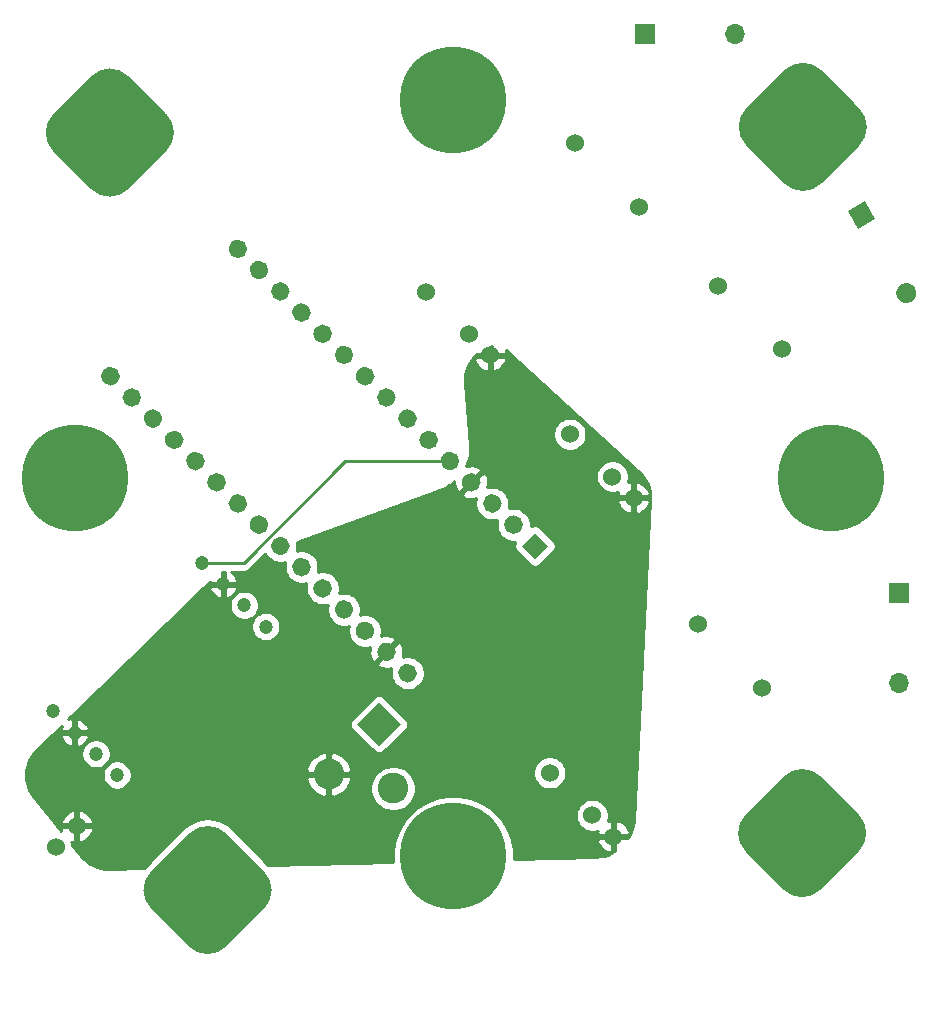
<source format=gbr>
%TF.GenerationSoftware,KiCad,Pcbnew,(5.1.8)-1*%
%TF.CreationDate,2021-02-04T12:25:32-06:00*%
%TF.ProjectId,Project - LED Dimmer Board,50726f6a-6563-4742-902d-204c45442044,rev?*%
%TF.SameCoordinates,Original*%
%TF.FileFunction,Copper,L2,Bot*%
%TF.FilePolarity,Positive*%
%FSLAX46Y46*%
G04 Gerber Fmt 4.6, Leading zero omitted, Abs format (unit mm)*
G04 Created by KiCad (PCBNEW (5.1.8)-1) date 2021-02-04 12:25:32*
%MOMM*%
%LPD*%
G01*
G04 APERTURE LIST*
%TA.AperFunction,ComponentPad*%
%ADD10C,9.000000*%
%TD*%
%TA.AperFunction,ComponentPad*%
%ADD11C,1.524000*%
%TD*%
%TA.AperFunction,ComponentPad*%
%ADD12C,0.100000*%
%TD*%
%TA.AperFunction,ComponentPad*%
%ADD13R,1.700000X1.700000*%
%TD*%
%TA.AperFunction,ComponentPad*%
%ADD14O,1.700000X1.700000*%
%TD*%
%TA.AperFunction,ComponentPad*%
%ADD15C,1.200000*%
%TD*%
%TA.AperFunction,ComponentPad*%
%ADD16C,2.600000*%
%TD*%
%TA.AperFunction,Conductor*%
%ADD17C,0.250000*%
%TD*%
%TA.AperFunction,Conductor*%
%ADD18C,0.254000*%
%TD*%
%TA.AperFunction,Conductor*%
%ADD19C,0.100000*%
%TD*%
G04 APERTURE END LIST*
D10*
%TO.P,REF\u002A\u002A,2*%
%TO.N,N/C*%
X112459979Y-75713118D03*
%TO.P,REF\u002A\u002A,3*%
X80459979Y-43713118D03*
%TO.P,REF\u002A\u002A,4*%
X48459979Y-75713118D03*
%TO.P,REF\u002A\u002A,1*%
X80459979Y-107713118D03*
%TD*%
%TO.P,,1*%
%TO.N,N/C*%
%TA.AperFunction,ComponentPad*%
G36*
G01*
X58052010Y-115342971D02*
X54870029Y-112160990D01*
G75*
G02*
X54870029Y-108979010I1590990J1590990D01*
G01*
X58052010Y-105797029D01*
G75*
G02*
X61233990Y-105797029I1590990J-1590990D01*
G01*
X64415971Y-108979010D01*
G75*
G02*
X64415971Y-112160990I-1590990J-1590990D01*
G01*
X61233990Y-115342971D01*
G75*
G02*
X58052010Y-115342971I-1590990J1590990D01*
G01*
G37*
%TD.AperFunction*%
%TD*%
D11*
%TO.P,J5,2*%
%TO.N,GND*%
X48580070Y-105144765D03*
%TO.P,J5,1*%
%TO.N,+9V*%
X46784019Y-106940816D03*
%TD*%
%TA.AperFunction,ComponentPad*%
D12*
%TO.P,J2,1*%
%TO.N,Net-(J2-Pad1)*%
G36*
X114678478Y-54581122D02*
G01*
X113828478Y-53108878D01*
X115300722Y-52258878D01*
X116150722Y-53731122D01*
X114678478Y-54581122D01*
G37*
%TD.AperFunction*%
%TO.P,J2,4*%
%TO.N,Net-(J2-Pad4)*%
%TA.AperFunction,ComponentPad*%
G36*
G01*
X118063478Y-60444114D02*
X118063478Y-60444114D01*
G75*
G02*
X118374600Y-59282992I736122J425000D01*
G01*
X118374600Y-59282992D01*
G75*
G02*
X119535722Y-59594114I425000J-736122D01*
G01*
X119535722Y-59594114D01*
G75*
G02*
X119224600Y-60755236I-736122J-425000D01*
G01*
X119224600Y-60755236D01*
G75*
G02*
X118063478Y-60444114I-425000J736122D01*
G01*
G37*
%TD.AperFunction*%
%TD*%
D13*
%TO.P,J1,1*%
%TO.N,Net-(J1-Pad1)*%
X96650800Y-38078400D03*
D14*
%TO.P,J1,4*%
%TO.N,Net-(J1-Pad4)*%
X104270800Y-38078400D03*
%TD*%
D13*
%TO.P,J3,1*%
%TO.N,Net-(J3-Pad1)*%
X118164600Y-85449400D03*
D14*
%TO.P,J3,4*%
%TO.N,Net-(J3-Pad4)*%
X118164600Y-93069400D03*
%TD*%
D11*
%TO.P,U2,1*%
%TO.N,Controlled9V*%
X90319493Y-71972702D03*
%TO.P,U2,4*%
%TO.N,GND*%
X95707646Y-77360856D03*
%TO.P,U2,6*%
%TO.N,Net-(J2-Pad1)*%
X102891851Y-59400344D03*
%TO.P,U2,5*%
%TO.N,Net-(J2-Pad4)*%
X108280005Y-64788498D03*
%TO.P,U2,3*%
%TO.N,ledPin2*%
X93911595Y-75564805D03*
%TD*%
%TA.AperFunction,ComponentPad*%
D12*
%TO.P,A1,1*%
%TO.N,N/C*%
G36*
X87354400Y-80304829D02*
G01*
X88485771Y-81436200D01*
X87354400Y-82567571D01*
X86223029Y-81436200D01*
X87354400Y-80304829D01*
G37*
%TD.AperFunction*%
%TO.P,A1,17*%
%TA.AperFunction,ComponentPad*%
G36*
G01*
X53795112Y-68298156D02*
X53795112Y-68298156D01*
G75*
G02*
X53795112Y-69429526I-565685J-565685D01*
G01*
X53795112Y-69429526D01*
G75*
G02*
X52663742Y-69429526I-565685J565685D01*
G01*
X52663742Y-69429526D01*
G75*
G02*
X52663742Y-68298156I565685J565685D01*
G01*
X52663742Y-68298156D01*
G75*
G02*
X53795112Y-68298156I565685J-565685D01*
G01*
G37*
%TD.AperFunction*%
%TO.P,A1,2*%
%TA.AperFunction,ComponentPad*%
G36*
G01*
X86124034Y-79074464D02*
X86124034Y-79074464D01*
G75*
G02*
X86124034Y-80205834I-565685J-565685D01*
G01*
X86124034Y-80205834D01*
G75*
G02*
X84992664Y-80205834I-565685J565685D01*
G01*
X84992664Y-80205834D01*
G75*
G02*
X84992664Y-79074464I565685J565685D01*
G01*
X84992664Y-79074464D01*
G75*
G02*
X86124034Y-79074464I565685J-565685D01*
G01*
G37*
%TD.AperFunction*%
%TO.P,A1,18*%
%TA.AperFunction,ComponentPad*%
G36*
G01*
X55591163Y-70094208D02*
X55591163Y-70094208D01*
G75*
G02*
X55591163Y-71225578I-565685J-565685D01*
G01*
X55591163Y-71225578D01*
G75*
G02*
X54459793Y-71225578I-565685J565685D01*
G01*
X54459793Y-71225578D01*
G75*
G02*
X54459793Y-70094208I565685J565685D01*
G01*
X54459793Y-70094208D01*
G75*
G02*
X55591163Y-70094208I565685J-565685D01*
G01*
G37*
%TD.AperFunction*%
%TO.P,A1,3*%
%TA.AperFunction,ComponentPad*%
G36*
G01*
X84327983Y-77278413D02*
X84327983Y-77278413D01*
G75*
G02*
X84327983Y-78409783I-565685J-565685D01*
G01*
X84327983Y-78409783D01*
G75*
G02*
X83196613Y-78409783I-565685J565685D01*
G01*
X83196613Y-78409783D01*
G75*
G02*
X83196613Y-77278413I565685J565685D01*
G01*
X83196613Y-77278413D01*
G75*
G02*
X84327983Y-77278413I565685J-565685D01*
G01*
G37*
%TD.AperFunction*%
%TO.P,A1,19*%
%TA.AperFunction,ComponentPad*%
G36*
G01*
X57387214Y-71890259D02*
X57387214Y-71890259D01*
G75*
G02*
X57387214Y-73021629I-565685J-565685D01*
G01*
X57387214Y-73021629D01*
G75*
G02*
X56255844Y-73021629I-565685J565685D01*
G01*
X56255844Y-73021629D01*
G75*
G02*
X56255844Y-71890259I565685J565685D01*
G01*
X56255844Y-71890259D01*
G75*
G02*
X57387214Y-71890259I565685J-565685D01*
G01*
G37*
%TD.AperFunction*%
%TO.P,A1,4*%
%TO.N,GND*%
%TA.AperFunction,ComponentPad*%
G36*
G01*
X82531931Y-75482361D02*
X82531931Y-75482361D01*
G75*
G02*
X82531931Y-76613731I-565685J-565685D01*
G01*
X82531931Y-76613731D01*
G75*
G02*
X81400561Y-76613731I-565685J565685D01*
G01*
X81400561Y-76613731D01*
G75*
G02*
X81400561Y-75482361I565685J565685D01*
G01*
X81400561Y-75482361D01*
G75*
G02*
X82531931Y-75482361I565685J-565685D01*
G01*
G37*
%TD.AperFunction*%
%TO.P,A1,20*%
%TO.N,N/C*%
%TA.AperFunction,ComponentPad*%
G36*
G01*
X59183265Y-73686310D02*
X59183265Y-73686310D01*
G75*
G02*
X59183265Y-74817680I-565685J-565685D01*
G01*
X59183265Y-74817680D01*
G75*
G02*
X58051895Y-74817680I-565685J565685D01*
G01*
X58051895Y-74817680D01*
G75*
G02*
X58051895Y-73686310I565685J565685D01*
G01*
X58051895Y-73686310D01*
G75*
G02*
X59183265Y-73686310I565685J-565685D01*
G01*
G37*
%TD.AperFunction*%
%TO.P,A1,5*%
%TO.N,shutdownPin*%
%TA.AperFunction,ComponentPad*%
G36*
G01*
X80735880Y-73686310D02*
X80735880Y-73686310D01*
G75*
G02*
X80735880Y-74817680I-565685J-565685D01*
G01*
X80735880Y-74817680D01*
G75*
G02*
X79604510Y-74817680I-565685J565685D01*
G01*
X79604510Y-74817680D01*
G75*
G02*
X79604510Y-73686310I565685J565685D01*
G01*
X79604510Y-73686310D01*
G75*
G02*
X80735880Y-73686310I565685J-565685D01*
G01*
G37*
%TD.AperFunction*%
%TO.P,A1,21*%
%TO.N,N/C*%
%TA.AperFunction,ComponentPad*%
G36*
G01*
X60979317Y-75482361D02*
X60979317Y-75482361D01*
G75*
G02*
X60979317Y-76613731I-565685J-565685D01*
G01*
X60979317Y-76613731D01*
G75*
G02*
X59847947Y-76613731I-565685J565685D01*
G01*
X59847947Y-76613731D01*
G75*
G02*
X59847947Y-75482361I565685J565685D01*
G01*
X59847947Y-75482361D01*
G75*
G02*
X60979317Y-75482361I565685J-565685D01*
G01*
G37*
%TD.AperFunction*%
%TO.P,A1,6*%
%TO.N,ledPin1*%
%TA.AperFunction,ComponentPad*%
G36*
G01*
X78939829Y-71890259D02*
X78939829Y-71890259D01*
G75*
G02*
X78939829Y-73021629I-565685J-565685D01*
G01*
X78939829Y-73021629D01*
G75*
G02*
X77808459Y-73021629I-565685J565685D01*
G01*
X77808459Y-73021629D01*
G75*
G02*
X77808459Y-71890259I565685J565685D01*
G01*
X77808459Y-71890259D01*
G75*
G02*
X78939829Y-71890259I565685J-565685D01*
G01*
G37*
%TD.AperFunction*%
%TO.P,A1,22*%
%TO.N,N/C*%
%TA.AperFunction,ComponentPad*%
G36*
G01*
X62775368Y-77278413D02*
X62775368Y-77278413D01*
G75*
G02*
X62775368Y-78409783I-565685J-565685D01*
G01*
X62775368Y-78409783D01*
G75*
G02*
X61643998Y-78409783I-565685J565685D01*
G01*
X61643998Y-78409783D01*
G75*
G02*
X61643998Y-77278413I565685J565685D01*
G01*
X61643998Y-77278413D01*
G75*
G02*
X62775368Y-77278413I565685J-565685D01*
G01*
G37*
%TD.AperFunction*%
%TO.P,A1,7*%
%TA.AperFunction,ComponentPad*%
G36*
G01*
X77143778Y-70094208D02*
X77143778Y-70094208D01*
G75*
G02*
X77143778Y-71225578I-565685J-565685D01*
G01*
X77143778Y-71225578D01*
G75*
G02*
X76012408Y-71225578I-565685J565685D01*
G01*
X76012408Y-71225578D01*
G75*
G02*
X76012408Y-70094208I565685J565685D01*
G01*
X76012408Y-70094208D01*
G75*
G02*
X77143778Y-70094208I565685J-565685D01*
G01*
G37*
%TD.AperFunction*%
%TO.P,A1,23*%
%TA.AperFunction,ComponentPad*%
G36*
G01*
X64571419Y-79074464D02*
X64571419Y-79074464D01*
G75*
G02*
X64571419Y-80205834I-565685J-565685D01*
G01*
X64571419Y-80205834D01*
G75*
G02*
X63440049Y-80205834I-565685J565685D01*
G01*
X63440049Y-80205834D01*
G75*
G02*
X63440049Y-79074464I565685J565685D01*
G01*
X63440049Y-79074464D01*
G75*
G02*
X64571419Y-79074464I565685J-565685D01*
G01*
G37*
%TD.AperFunction*%
%TO.P,A1,8*%
%TA.AperFunction,ComponentPad*%
G36*
G01*
X75347726Y-68298156D02*
X75347726Y-68298156D01*
G75*
G02*
X75347726Y-69429526I-565685J-565685D01*
G01*
X75347726Y-69429526D01*
G75*
G02*
X74216356Y-69429526I-565685J565685D01*
G01*
X74216356Y-69429526D01*
G75*
G02*
X74216356Y-68298156I565685J565685D01*
G01*
X74216356Y-68298156D01*
G75*
G02*
X75347726Y-68298156I565685J-565685D01*
G01*
G37*
%TD.AperFunction*%
%TO.P,A1,24*%
%TA.AperFunction,ComponentPad*%
G36*
G01*
X66367470Y-80870515D02*
X66367470Y-80870515D01*
G75*
G02*
X66367470Y-82001885I-565685J-565685D01*
G01*
X66367470Y-82001885D01*
G75*
G02*
X65236100Y-82001885I-565685J565685D01*
G01*
X65236100Y-82001885D01*
G75*
G02*
X65236100Y-80870515I565685J565685D01*
G01*
X65236100Y-80870515D01*
G75*
G02*
X66367470Y-80870515I565685J-565685D01*
G01*
G37*
%TD.AperFunction*%
%TO.P,A1,9*%
%TO.N,ledPin2*%
%TA.AperFunction,ComponentPad*%
G36*
G01*
X73551675Y-66502105D02*
X73551675Y-66502105D01*
G75*
G02*
X73551675Y-67633475I-565685J-565685D01*
G01*
X73551675Y-67633475D01*
G75*
G02*
X72420305Y-67633475I-565685J565685D01*
G01*
X72420305Y-67633475D01*
G75*
G02*
X72420305Y-66502105I565685J565685D01*
G01*
X72420305Y-66502105D01*
G75*
G02*
X73551675Y-66502105I565685J-565685D01*
G01*
G37*
%TD.AperFunction*%
%TO.P,A1,25*%
%TO.N,N/C*%
%TA.AperFunction,ComponentPad*%
G36*
G01*
X68163522Y-82666566D02*
X68163522Y-82666566D01*
G75*
G02*
X68163522Y-83797936I-565685J-565685D01*
G01*
X68163522Y-83797936D01*
G75*
G02*
X67032152Y-83797936I-565685J565685D01*
G01*
X67032152Y-83797936D01*
G75*
G02*
X67032152Y-82666566I565685J565685D01*
G01*
X67032152Y-82666566D01*
G75*
G02*
X68163522Y-82666566I565685J-565685D01*
G01*
G37*
%TD.AperFunction*%
%TO.P,A1,10*%
%TA.AperFunction,ComponentPad*%
G36*
G01*
X71755624Y-64706054D02*
X71755624Y-64706054D01*
G75*
G02*
X71755624Y-65837424I-565685J-565685D01*
G01*
X71755624Y-65837424D01*
G75*
G02*
X70624254Y-65837424I-565685J565685D01*
G01*
X70624254Y-65837424D01*
G75*
G02*
X70624254Y-64706054I565685J565685D01*
G01*
X70624254Y-64706054D01*
G75*
G02*
X71755624Y-64706054I565685J-565685D01*
G01*
G37*
%TD.AperFunction*%
%TO.P,A1,26*%
%TA.AperFunction,ComponentPad*%
G36*
G01*
X69959573Y-84462617D02*
X69959573Y-84462617D01*
G75*
G02*
X69959573Y-85593987I-565685J-565685D01*
G01*
X69959573Y-85593987D01*
G75*
G02*
X68828203Y-85593987I-565685J565685D01*
G01*
X68828203Y-85593987D01*
G75*
G02*
X68828203Y-84462617I565685J565685D01*
G01*
X68828203Y-84462617D01*
G75*
G02*
X69959573Y-84462617I565685J-565685D01*
G01*
G37*
%TD.AperFunction*%
%TO.P,A1,11*%
%TA.AperFunction,ComponentPad*%
G36*
G01*
X69959573Y-62910003D02*
X69959573Y-62910003D01*
G75*
G02*
X69959573Y-64041373I-565685J-565685D01*
G01*
X69959573Y-64041373D01*
G75*
G02*
X68828203Y-64041373I-565685J565685D01*
G01*
X68828203Y-64041373D01*
G75*
G02*
X68828203Y-62910003I565685J565685D01*
G01*
X68828203Y-62910003D01*
G75*
G02*
X69959573Y-62910003I565685J-565685D01*
G01*
G37*
%TD.AperFunction*%
%TO.P,A1,27*%
%TA.AperFunction,ComponentPad*%
G36*
G01*
X71755624Y-86258669D02*
X71755624Y-86258669D01*
G75*
G02*
X71755624Y-87390039I-565685J-565685D01*
G01*
X71755624Y-87390039D01*
G75*
G02*
X70624254Y-87390039I-565685J565685D01*
G01*
X70624254Y-87390039D01*
G75*
G02*
X70624254Y-86258669I565685J565685D01*
G01*
X70624254Y-86258669D01*
G75*
G02*
X71755624Y-86258669I565685J-565685D01*
G01*
G37*
%TD.AperFunction*%
%TO.P,A1,12*%
%TO.N,ledPin3*%
%TA.AperFunction,ComponentPad*%
G36*
G01*
X68163522Y-61113952D02*
X68163522Y-61113952D01*
G75*
G02*
X68163522Y-62245322I-565685J-565685D01*
G01*
X68163522Y-62245322D01*
G75*
G02*
X67032152Y-62245322I-565685J565685D01*
G01*
X67032152Y-62245322D01*
G75*
G02*
X67032152Y-61113952I565685J565685D01*
G01*
X67032152Y-61113952D01*
G75*
G02*
X68163522Y-61113952I565685J-565685D01*
G01*
G37*
%TD.AperFunction*%
%TO.P,A1,28*%
%TO.N,N/C*%
%TA.AperFunction,ComponentPad*%
G36*
G01*
X73551675Y-88054720D02*
X73551675Y-88054720D01*
G75*
G02*
X73551675Y-89186090I-565685J-565685D01*
G01*
X73551675Y-89186090D01*
G75*
G02*
X72420305Y-89186090I-565685J565685D01*
G01*
X72420305Y-89186090D01*
G75*
G02*
X72420305Y-88054720I565685J565685D01*
G01*
X72420305Y-88054720D01*
G75*
G02*
X73551675Y-88054720I565685J-565685D01*
G01*
G37*
%TD.AperFunction*%
%TO.P,A1,13*%
%TA.AperFunction,ComponentPad*%
G36*
G01*
X66367470Y-59317900D02*
X66367470Y-59317900D01*
G75*
G02*
X66367470Y-60449270I-565685J-565685D01*
G01*
X66367470Y-60449270D01*
G75*
G02*
X65236100Y-60449270I-565685J565685D01*
G01*
X65236100Y-60449270D01*
G75*
G02*
X65236100Y-59317900I565685J565685D01*
G01*
X65236100Y-59317900D01*
G75*
G02*
X66367470Y-59317900I565685J-565685D01*
G01*
G37*
%TD.AperFunction*%
%TO.P,A1,29*%
%TO.N,GND*%
%TA.AperFunction,ComponentPad*%
G36*
G01*
X75347726Y-89850771D02*
X75347726Y-89850771D01*
G75*
G02*
X75347726Y-90982141I-565685J-565685D01*
G01*
X75347726Y-90982141D01*
G75*
G02*
X74216356Y-90982141I-565685J565685D01*
G01*
X74216356Y-90982141D01*
G75*
G02*
X74216356Y-89850771I565685J565685D01*
G01*
X74216356Y-89850771D01*
G75*
G02*
X75347726Y-89850771I565685J-565685D01*
G01*
G37*
%TD.AperFunction*%
%TO.P,A1,14*%
%TO.N,N/C*%
%TA.AperFunction,ComponentPad*%
G36*
G01*
X64571419Y-57521849D02*
X64571419Y-57521849D01*
G75*
G02*
X64571419Y-58653219I-565685J-565685D01*
G01*
X64571419Y-58653219D01*
G75*
G02*
X63440049Y-58653219I-565685J565685D01*
G01*
X63440049Y-58653219D01*
G75*
G02*
X63440049Y-57521849I565685J565685D01*
G01*
X63440049Y-57521849D01*
G75*
G02*
X64571419Y-57521849I565685J-565685D01*
G01*
G37*
%TD.AperFunction*%
%TO.P,A1,30*%
%TO.N,Controlled9V*%
%TA.AperFunction,ComponentPad*%
G36*
G01*
X77143778Y-91646822D02*
X77143778Y-91646822D01*
G75*
G02*
X77143778Y-92778192I-565685J-565685D01*
G01*
X77143778Y-92778192D01*
G75*
G02*
X76012408Y-92778192I-565685J565685D01*
G01*
X76012408Y-92778192D01*
G75*
G02*
X76012408Y-91646822I565685J565685D01*
G01*
X76012408Y-91646822D01*
G75*
G02*
X77143778Y-91646822I565685J-565685D01*
G01*
G37*
%TD.AperFunction*%
%TO.P,A1,15*%
%TO.N,N/C*%
%TA.AperFunction,ComponentPad*%
G36*
G01*
X62775368Y-55725798D02*
X62775368Y-55725798D01*
G75*
G02*
X62775368Y-56857168I-565685J-565685D01*
G01*
X62775368Y-56857168D01*
G75*
G02*
X61643998Y-56857168I-565685J565685D01*
G01*
X61643998Y-56857168D01*
G75*
G02*
X61643998Y-55725798I565685J565685D01*
G01*
X61643998Y-55725798D01*
G75*
G02*
X62775368Y-55725798I565685J-565685D01*
G01*
G37*
%TD.AperFunction*%
%TO.P,A1,16*%
%TA.AperFunction,ComponentPad*%
G36*
G01*
X51999061Y-66502105D02*
X51999061Y-66502105D01*
G75*
G02*
X51999061Y-67633475I-565685J-565685D01*
G01*
X51999061Y-67633475D01*
G75*
G02*
X50867691Y-67633475I-565685J565685D01*
G01*
X50867691Y-67633475D01*
G75*
G02*
X50867691Y-66502105I565685J565685D01*
G01*
X50867691Y-66502105D01*
G75*
G02*
X51999061Y-66502105I565685J-565685D01*
G01*
G37*
%TD.AperFunction*%
%TD*%
D15*
%TO.P,U4,4*%
%TO.N,shutdownPin*%
X59169841Y-82866799D03*
%TO.P,U4,5*%
%TO.N,N/C*%
X46597482Y-95439158D03*
%TO.P,U4,3*%
%TO.N,GND*%
X60965892Y-84662851D03*
%TO.P,U4,6*%
X48393533Y-97235209D03*
%TO.P,U4,2*%
%TO.N,Controlled9V*%
X62761943Y-86458902D03*
%TO.P,U4,7*%
X50189585Y-99031260D03*
%TO.P,U4,1*%
%TO.N,+9V*%
X64557994Y-88254953D03*
%TO.P,U4,8*%
X51985636Y-100827312D03*
%TD*%
D11*
%TO.P,U1,1*%
%TO.N,Controlled9V*%
X78178293Y-59907702D03*
%TO.P,U1,4*%
%TO.N,GND*%
X83566446Y-65295856D03*
%TO.P,U1,6*%
%TO.N,Net-(J1-Pad1)*%
X90750651Y-47335344D03*
%TO.P,U1,5*%
%TO.N,Net-(J1-Pad4)*%
X96138805Y-52723498D03*
%TO.P,U1,3*%
%TO.N,ledPin1*%
X81770395Y-63499805D03*
%TD*%
%TO.P,U3,3*%
%TO.N,ledPin3*%
X92209795Y-104241405D03*
%TO.P,U3,5*%
%TO.N,Net-(J3-Pad4)*%
X106578205Y-93465098D03*
%TO.P,U3,6*%
%TO.N,Net-(J3-Pad1)*%
X101190051Y-88076944D03*
%TO.P,U3,4*%
%TO.N,GND*%
X94005846Y-106037456D03*
%TO.P,U3,1*%
%TO.N,Controlled9V*%
X88617693Y-100649302D03*
%TD*%
%TA.AperFunction,ComponentPad*%
D12*
%TO.P,J4,1*%
%TO.N,+9V*%
G36*
X72317361Y-96523719D02*
G01*
X74155839Y-94685241D01*
X75994317Y-96523719D01*
X74155839Y-98362197D01*
X72317361Y-96523719D01*
G37*
%TD.AperFunction*%
D16*
%TO.P,J4,2*%
%TO.N,GND*%
X69913198Y-100766360D03*
%TO.P,J4,3*%
%TO.N,N/C*%
X75357921Y-101968441D03*
%TD*%
%TO.P,REF\u002A\u002A,1*%
%TO.N,N/C*%
%TA.AperFunction,ComponentPad*%
G36*
G01*
X49771610Y-51207971D02*
X46589629Y-48025990D01*
G75*
G02*
X46589629Y-44844010I1590990J1590990D01*
G01*
X49771610Y-41662029D01*
G75*
G02*
X52953590Y-41662029I1590990J-1590990D01*
G01*
X56135571Y-44844010D01*
G75*
G02*
X56135571Y-48025990I-1590990J-1590990D01*
G01*
X52953590Y-51207971D01*
G75*
G02*
X49771610Y-51207971I-1590990J1590990D01*
G01*
G37*
%TD.AperFunction*%
%TD*%
%TO.P,REF\u002A\u002A,1*%
%TO.N,N/C*%
%TA.AperFunction,ComponentPad*%
G36*
G01*
X114809571Y-47543390D02*
X111627590Y-50725371D01*
G75*
G02*
X108445610Y-50725371I-1590990J1590990D01*
G01*
X105263629Y-47543390D01*
G75*
G02*
X105263629Y-44361410I1590990J1590990D01*
G01*
X108445610Y-41179429D01*
G75*
G02*
X111627590Y-41179429I1590990J-1590990D01*
G01*
X114809571Y-44361410D01*
G75*
G02*
X114809571Y-47543390I-1590990J-1590990D01*
G01*
G37*
%TD.AperFunction*%
%TD*%
%TO.P,,1*%
%TO.N,N/C*%
%TA.AperFunction,ComponentPad*%
G36*
G01*
X108394810Y-110516971D02*
X105212829Y-107334990D01*
G75*
G02*
X105212829Y-104153010I1590990J1590990D01*
G01*
X108394810Y-100971029D01*
G75*
G02*
X111576790Y-100971029I1590990J-1590990D01*
G01*
X114758771Y-104153010D01*
G75*
G02*
X114758771Y-107334990I-1590990J-1590990D01*
G01*
X111576790Y-110516971D01*
G75*
G02*
X108394810Y-110516971I-1590990J1590990D01*
G01*
G37*
%TD.AperFunction*%
%TD*%
D17*
%TO.N,shutdownPin*%
X71320988Y-74251995D02*
X80170195Y-74251995D01*
X62706184Y-82866799D02*
X71320988Y-74251995D01*
X59169841Y-82866799D02*
X62706184Y-82866799D01*
%TD*%
D18*
%TO.N,GND*%
X83693446Y-64989248D02*
X83580587Y-65102107D01*
X83760195Y-65281715D01*
X83873054Y-65168856D01*
X84804961Y-65168856D01*
X84927369Y-64951724D01*
X84885976Y-64836850D01*
X84890818Y-64839607D01*
X85109543Y-65012162D01*
X96184811Y-75188870D01*
X96407357Y-75417118D01*
X96601407Y-75665636D01*
X96767050Y-75933913D01*
X96902297Y-76218732D01*
X97005516Y-76516654D01*
X97075465Y-76824091D01*
X97111302Y-77137345D01*
X97112609Y-77456136D01*
X95726514Y-104716000D01*
X95689587Y-105052892D01*
X95614504Y-105379561D01*
X95501878Y-105695271D01*
X95353252Y-105995700D01*
X95243615Y-106164456D01*
X94312454Y-106164456D01*
X94199595Y-106051597D01*
X94019987Y-106231205D01*
X94132846Y-106344064D01*
X94132846Y-107237537D01*
X94094562Y-107266415D01*
X93814943Y-107431441D01*
X93518498Y-107563856D01*
X93208994Y-107661980D01*
X92890411Y-107724549D01*
X92563201Y-107751063D01*
X85594979Y-107920528D01*
X85594979Y-107207365D01*
X85430722Y-106381588D01*
X92644923Y-106381588D01*
X92738210Y-106640479D01*
X92880211Y-106876196D01*
X93065470Y-107079680D01*
X93286867Y-107243112D01*
X93535894Y-107360212D01*
X93661714Y-107398379D01*
X93878846Y-107275971D01*
X93878846Y-106164456D01*
X92767331Y-106164456D01*
X92644923Y-106381588D01*
X85430722Y-106381588D01*
X85397644Y-106215294D01*
X85010557Y-105280783D01*
X84448594Y-104439746D01*
X84112661Y-104103813D01*
X90812795Y-104103813D01*
X90812795Y-104378997D01*
X90866481Y-104648895D01*
X90971790Y-104903132D01*
X91124675Y-105131940D01*
X91319260Y-105326525D01*
X91548068Y-105479410D01*
X91802305Y-105584719D01*
X92072203Y-105638405D01*
X92347387Y-105638405D01*
X92617285Y-105584719D01*
X92688955Y-105555032D01*
X92683090Y-105567504D01*
X92644923Y-105693324D01*
X92767331Y-105910456D01*
X93699238Y-105910456D01*
X93812097Y-106023315D01*
X93991705Y-105843707D01*
X93878846Y-105730848D01*
X93878846Y-104798941D01*
X94132846Y-104798941D01*
X94132846Y-105910456D01*
X95244361Y-105910456D01*
X95366769Y-105693324D01*
X95273482Y-105434433D01*
X95131481Y-105198716D01*
X94946222Y-104995232D01*
X94724825Y-104831800D01*
X94475798Y-104714700D01*
X94349978Y-104676533D01*
X94132846Y-104798941D01*
X93878846Y-104798941D01*
X93661714Y-104676533D01*
X93520599Y-104727382D01*
X93553109Y-104648895D01*
X93606795Y-104378997D01*
X93606795Y-104103813D01*
X93553109Y-103833915D01*
X93447800Y-103579678D01*
X93294915Y-103350870D01*
X93100330Y-103156285D01*
X92871522Y-103003400D01*
X92617285Y-102898091D01*
X92347387Y-102844405D01*
X92072203Y-102844405D01*
X91802305Y-102898091D01*
X91548068Y-103003400D01*
X91319260Y-103156285D01*
X91124675Y-103350870D01*
X90971790Y-103579678D01*
X90866481Y-103833915D01*
X90812795Y-104103813D01*
X84112661Y-104103813D01*
X83733351Y-103724503D01*
X82892314Y-103162540D01*
X81957803Y-102775453D01*
X80965732Y-102578118D01*
X79954226Y-102578118D01*
X78962155Y-102775453D01*
X78027644Y-103162540D01*
X77186607Y-103724503D01*
X76471364Y-104439746D01*
X75909401Y-105280783D01*
X75522314Y-106215294D01*
X75324979Y-107207365D01*
X75324979Y-108170290D01*
X64766402Y-108427071D01*
X61685175Y-105345844D01*
X61247527Y-104986675D01*
X60748217Y-104719788D01*
X60206435Y-104555440D01*
X59643000Y-104499947D01*
X59079565Y-104555440D01*
X58537783Y-104719788D01*
X58038473Y-104986675D01*
X57600825Y-105345844D01*
X54418844Y-108527825D01*
X54292486Y-108681793D01*
X51247481Y-108755846D01*
X50914087Y-108744794D01*
X50587772Y-108696129D01*
X50269186Y-108610370D01*
X49962537Y-108488651D01*
X49671874Y-108332579D01*
X49401013Y-108144206D01*
X49153538Y-107926022D01*
X48930262Y-107678183D01*
X48165290Y-106724150D01*
X48127333Y-106533326D01*
X48097646Y-106461656D01*
X48110118Y-106467521D01*
X48235938Y-106505688D01*
X48453070Y-106383280D01*
X48453070Y-105451373D01*
X48565929Y-105338514D01*
X48499180Y-105271765D01*
X48707070Y-105271765D01*
X48707070Y-106383280D01*
X48924202Y-106505688D01*
X49183093Y-106412401D01*
X49418810Y-106270400D01*
X49622294Y-106085141D01*
X49785726Y-105863744D01*
X49902826Y-105614717D01*
X49940993Y-105488897D01*
X49818585Y-105271765D01*
X48707070Y-105271765D01*
X48499180Y-105271765D01*
X48386321Y-105158906D01*
X48273462Y-105271765D01*
X47341555Y-105271765D01*
X47219147Y-105488897D01*
X47255319Y-105589281D01*
X46622958Y-104800633D01*
X47219147Y-104800633D01*
X47341555Y-105017765D01*
X48453070Y-105017765D01*
X48453070Y-103906250D01*
X48707070Y-103906250D01*
X48707070Y-105017765D01*
X49818585Y-105017765D01*
X49940993Y-104800633D01*
X49847706Y-104541742D01*
X49705705Y-104306025D01*
X49520446Y-104102541D01*
X49299049Y-103939109D01*
X49050022Y-103822009D01*
X48924202Y-103783842D01*
X48707070Y-103906250D01*
X48453070Y-103906250D01*
X48235938Y-103783842D01*
X47977047Y-103877129D01*
X47741330Y-104019130D01*
X47537846Y-104204389D01*
X47374414Y-104425786D01*
X47257314Y-104674813D01*
X47219147Y-104800633D01*
X46622958Y-104800633D01*
X44887399Y-102636134D01*
X44696332Y-102368018D01*
X44538577Y-102083147D01*
X44414075Y-101782259D01*
X44324425Y-101469219D01*
X44270776Y-101148032D01*
X44253818Y-100822839D01*
X44261010Y-100705675D01*
X50750636Y-100705675D01*
X50750636Y-100948949D01*
X50798096Y-101187548D01*
X50891193Y-101412304D01*
X51026349Y-101614579D01*
X51198369Y-101786599D01*
X51400644Y-101921755D01*
X51625400Y-102014852D01*
X51863999Y-102062312D01*
X52107273Y-102062312D01*
X52345872Y-102014852D01*
X52570628Y-101921755D01*
X52772903Y-101786599D01*
X52944923Y-101614579D01*
X53080079Y-101412304D01*
X53169960Y-101195312D01*
X68016741Y-101195312D01*
X68136865Y-101557050D01*
X68325253Y-101888402D01*
X68574664Y-102176635D01*
X68875515Y-102410672D01*
X69216243Y-102581519D01*
X69484246Y-102662817D01*
X69786198Y-102547451D01*
X69786198Y-100893360D01*
X70040198Y-100893360D01*
X70040198Y-102547451D01*
X70342150Y-102662817D01*
X70703888Y-102542693D01*
X71035240Y-102354305D01*
X71323473Y-102104894D01*
X71557510Y-101804043D01*
X71570638Y-101777860D01*
X73422921Y-101777860D01*
X73422921Y-102159022D01*
X73497282Y-102532860D01*
X73643146Y-102885007D01*
X73854908Y-103201932D01*
X74124430Y-103471454D01*
X74441355Y-103683216D01*
X74793502Y-103829080D01*
X75167340Y-103903441D01*
X75548502Y-103903441D01*
X75922340Y-103829080D01*
X76274487Y-103683216D01*
X76591412Y-103471454D01*
X76860934Y-103201932D01*
X77072696Y-102885007D01*
X77218560Y-102532860D01*
X77292921Y-102159022D01*
X77292921Y-101777860D01*
X77218560Y-101404022D01*
X77072696Y-101051875D01*
X76860934Y-100734950D01*
X76637694Y-100511710D01*
X87220693Y-100511710D01*
X87220693Y-100786894D01*
X87274379Y-101056792D01*
X87379688Y-101311029D01*
X87532573Y-101539837D01*
X87727158Y-101734422D01*
X87955966Y-101887307D01*
X88210203Y-101992616D01*
X88480101Y-102046302D01*
X88755285Y-102046302D01*
X89025183Y-101992616D01*
X89279420Y-101887307D01*
X89508228Y-101734422D01*
X89702813Y-101539837D01*
X89855698Y-101311029D01*
X89961007Y-101056792D01*
X90014693Y-100786894D01*
X90014693Y-100511710D01*
X89961007Y-100241812D01*
X89855698Y-99987575D01*
X89702813Y-99758767D01*
X89508228Y-99564182D01*
X89279420Y-99411297D01*
X89025183Y-99305988D01*
X88755285Y-99252302D01*
X88480101Y-99252302D01*
X88210203Y-99305988D01*
X87955966Y-99411297D01*
X87727158Y-99564182D01*
X87532573Y-99758767D01*
X87379688Y-99987575D01*
X87274379Y-100241812D01*
X87220693Y-100511710D01*
X76637694Y-100511710D01*
X76591412Y-100465428D01*
X76274487Y-100253666D01*
X75922340Y-100107802D01*
X75548502Y-100033441D01*
X75167340Y-100033441D01*
X74793502Y-100107802D01*
X74441355Y-100253666D01*
X74124430Y-100465428D01*
X73854908Y-100734950D01*
X73643146Y-101051875D01*
X73497282Y-101404022D01*
X73422921Y-101777860D01*
X71570638Y-101777860D01*
X71728357Y-101463315D01*
X71809655Y-101195312D01*
X71694289Y-100893360D01*
X70040198Y-100893360D01*
X69786198Y-100893360D01*
X68132107Y-100893360D01*
X68016741Y-101195312D01*
X53169960Y-101195312D01*
X53173176Y-101187548D01*
X53220636Y-100948949D01*
X53220636Y-100705675D01*
X53173176Y-100467076D01*
X53119466Y-100337408D01*
X68016741Y-100337408D01*
X68132107Y-100639360D01*
X69786198Y-100639360D01*
X69786198Y-98985269D01*
X70040198Y-98985269D01*
X70040198Y-100639360D01*
X71694289Y-100639360D01*
X71809655Y-100337408D01*
X71689531Y-99975670D01*
X71501143Y-99644318D01*
X71251732Y-99356085D01*
X70950881Y-99122048D01*
X70610153Y-98951201D01*
X70342150Y-98869903D01*
X70040198Y-98985269D01*
X69786198Y-98985269D01*
X69484246Y-98869903D01*
X69122508Y-98990027D01*
X68791156Y-99178415D01*
X68502923Y-99427826D01*
X68268886Y-99728677D01*
X68098039Y-100069405D01*
X68016741Y-100337408D01*
X53119466Y-100337408D01*
X53080079Y-100242320D01*
X52944923Y-100040045D01*
X52772903Y-99868025D01*
X52570628Y-99732869D01*
X52345872Y-99639772D01*
X52107273Y-99592312D01*
X51863999Y-99592312D01*
X51625400Y-99639772D01*
X51400644Y-99732869D01*
X51198369Y-99868025D01*
X51026349Y-100040045D01*
X50891193Y-100242320D01*
X50798096Y-100467076D01*
X50750636Y-100705675D01*
X44261010Y-100705675D01*
X44273769Y-100497828D01*
X44330374Y-100177164D01*
X44422911Y-99864940D01*
X44550174Y-99565223D01*
X44710548Y-99281818D01*
X44901957Y-99018391D01*
X45001625Y-98909623D01*
X48954585Y-98909623D01*
X48954585Y-99152897D01*
X49002045Y-99391496D01*
X49095142Y-99616252D01*
X49230298Y-99818527D01*
X49402318Y-99990547D01*
X49604593Y-100125703D01*
X49829349Y-100218800D01*
X50067948Y-100266260D01*
X50311222Y-100266260D01*
X50549821Y-100218800D01*
X50774577Y-100125703D01*
X50976852Y-99990547D01*
X51148872Y-99818527D01*
X51284028Y-99616252D01*
X51377125Y-99391496D01*
X51424585Y-99152897D01*
X51424585Y-98909623D01*
X51377125Y-98671024D01*
X51284028Y-98446268D01*
X51148872Y-98243993D01*
X50976852Y-98071973D01*
X50774577Y-97936817D01*
X50549821Y-97843720D01*
X50311222Y-97796260D01*
X50067948Y-97796260D01*
X49829349Y-97843720D01*
X49604593Y-97936817D01*
X49402318Y-98071973D01*
X49230298Y-98243993D01*
X49095142Y-98446268D01*
X49002045Y-98671024D01*
X48954585Y-98909623D01*
X45001625Y-98909623D01*
X45124396Y-98775645D01*
X46378674Y-97553758D01*
X47194138Y-97553758D01*
X47279330Y-97781628D01*
X47407340Y-97988499D01*
X47573249Y-98166421D01*
X47770681Y-98308557D01*
X47992049Y-98409445D01*
X48074984Y-98434604D01*
X48266533Y-98309957D01*
X48266533Y-97362209D01*
X48520533Y-97362209D01*
X48520533Y-98309957D01*
X48712082Y-98434604D01*
X48939952Y-98349412D01*
X49146823Y-98221402D01*
X49324745Y-98055493D01*
X49466881Y-97858061D01*
X49567769Y-97636693D01*
X49592928Y-97553758D01*
X49468281Y-97362209D01*
X48520533Y-97362209D01*
X48266533Y-97362209D01*
X47318785Y-97362209D01*
X47194138Y-97553758D01*
X46378674Y-97553758D01*
X47300345Y-96655890D01*
X47219297Y-96833725D01*
X47194138Y-96916660D01*
X47318785Y-97108209D01*
X48086925Y-97108209D01*
X48199784Y-97221068D01*
X48379392Y-97041460D01*
X48266533Y-96928601D01*
X48266533Y-96160461D01*
X48520533Y-96160461D01*
X48520533Y-97108209D01*
X49468281Y-97108209D01*
X49592928Y-96916660D01*
X49507736Y-96688790D01*
X49405592Y-96523719D01*
X71679289Y-96523719D01*
X71691549Y-96648201D01*
X71727859Y-96767899D01*
X71786824Y-96878213D01*
X71866176Y-96974904D01*
X73704654Y-98813382D01*
X73801345Y-98892734D01*
X73911659Y-98951699D01*
X74031357Y-98988009D01*
X74155839Y-99000269D01*
X74280321Y-98988009D01*
X74400019Y-98951699D01*
X74510333Y-98892734D01*
X74607024Y-98813382D01*
X76445502Y-96974904D01*
X76524854Y-96878213D01*
X76583819Y-96767899D01*
X76620129Y-96648201D01*
X76632389Y-96523719D01*
X76620129Y-96399237D01*
X76583819Y-96279539D01*
X76524854Y-96169225D01*
X76445502Y-96072534D01*
X74607024Y-94234056D01*
X74510333Y-94154704D01*
X74400019Y-94095739D01*
X74280321Y-94059429D01*
X74155839Y-94047169D01*
X74031357Y-94059429D01*
X73911659Y-94095739D01*
X73801345Y-94154704D01*
X73704654Y-94234056D01*
X71866176Y-96072534D01*
X71786824Y-96169225D01*
X71727859Y-96279539D01*
X71691549Y-96399237D01*
X71679289Y-96523719D01*
X49405592Y-96523719D01*
X49379726Y-96481919D01*
X49213817Y-96303997D01*
X49016385Y-96161861D01*
X48795017Y-96060973D01*
X48712082Y-96035814D01*
X48520533Y-96160461D01*
X48266533Y-96160461D01*
X48074984Y-96035814D01*
X47850837Y-96119614D01*
X52691229Y-91404224D01*
X73973878Y-91404224D01*
X74044624Y-91647489D01*
X74168160Y-91713525D01*
X74433001Y-91808365D01*
X74711256Y-91849714D01*
X74992231Y-91835984D01*
X75202628Y-91783341D01*
X75198240Y-91793933D01*
X75143093Y-92071172D01*
X75143093Y-92353842D01*
X75198240Y-92631081D01*
X75306413Y-92892234D01*
X75463456Y-93127266D01*
X75663334Y-93327144D01*
X75898366Y-93484187D01*
X76159519Y-93592360D01*
X76436758Y-93647507D01*
X76719428Y-93647507D01*
X76996667Y-93592360D01*
X77257820Y-93484187D01*
X77492852Y-93327144D01*
X77692730Y-93127266D01*
X77849773Y-92892234D01*
X77957946Y-92631081D01*
X78013093Y-92353842D01*
X78013093Y-92071172D01*
X77957946Y-91793933D01*
X77849773Y-91532780D01*
X77692730Y-91297748D01*
X77492852Y-91097870D01*
X77257820Y-90940827D01*
X76996667Y-90832654D01*
X76719428Y-90777507D01*
X76436758Y-90777507D01*
X76159519Y-90832654D01*
X76148926Y-90837042D01*
X76201569Y-90626646D01*
X76215299Y-90345671D01*
X76173950Y-90067416D01*
X76079110Y-89802575D01*
X76013074Y-89679039D01*
X75769809Y-89608293D01*
X74961646Y-90416456D01*
X74975789Y-90430599D01*
X74796184Y-90610204D01*
X74782041Y-90596061D01*
X73973878Y-91404224D01*
X52691229Y-91404224D01*
X56048848Y-88133316D01*
X63322994Y-88133316D01*
X63322994Y-88376590D01*
X63370454Y-88615189D01*
X63463551Y-88839945D01*
X63598707Y-89042220D01*
X63770727Y-89214240D01*
X63973002Y-89349396D01*
X64197758Y-89442493D01*
X64436357Y-89489953D01*
X64679631Y-89489953D01*
X64918230Y-89442493D01*
X65142986Y-89349396D01*
X65345261Y-89214240D01*
X65517281Y-89042220D01*
X65652437Y-88839945D01*
X65745534Y-88615189D01*
X65792994Y-88376590D01*
X65792994Y-88133316D01*
X65745534Y-87894717D01*
X65652437Y-87669961D01*
X65517281Y-87467686D01*
X65345261Y-87295666D01*
X65142986Y-87160510D01*
X64918230Y-87067413D01*
X64679631Y-87019953D01*
X64436357Y-87019953D01*
X64197758Y-87067413D01*
X63973002Y-87160510D01*
X63770727Y-87295666D01*
X63598707Y-87467686D01*
X63463551Y-87669961D01*
X63370454Y-87894717D01*
X63322994Y-88133316D01*
X56048848Y-88133316D01*
X57892512Y-86337265D01*
X61526943Y-86337265D01*
X61526943Y-86580539D01*
X61574403Y-86819138D01*
X61667500Y-87043894D01*
X61802656Y-87246169D01*
X61974676Y-87418189D01*
X62176951Y-87553345D01*
X62401707Y-87646442D01*
X62640306Y-87693902D01*
X62883580Y-87693902D01*
X63122179Y-87646442D01*
X63346935Y-87553345D01*
X63549210Y-87418189D01*
X63721230Y-87246169D01*
X63856386Y-87043894D01*
X63949483Y-86819138D01*
X63996943Y-86580539D01*
X63996943Y-86337265D01*
X63949483Y-86098666D01*
X63856386Y-85873910D01*
X63721230Y-85671635D01*
X63549210Y-85499615D01*
X63346935Y-85364459D01*
X63122179Y-85271362D01*
X62883580Y-85223902D01*
X62640306Y-85223902D01*
X62401707Y-85271362D01*
X62176951Y-85364459D01*
X61974676Y-85499615D01*
X61802656Y-85671635D01*
X61667500Y-85873910D01*
X61574403Y-86098666D01*
X61526943Y-86337265D01*
X57892512Y-86337265D01*
X59284321Y-84981400D01*
X59766497Y-84981400D01*
X59851689Y-85209270D01*
X59979699Y-85416141D01*
X60145608Y-85594063D01*
X60343040Y-85736199D01*
X60564408Y-85837087D01*
X60647343Y-85862246D01*
X60838892Y-85737599D01*
X60838892Y-84789851D01*
X61092892Y-84789851D01*
X61092892Y-85737599D01*
X61284441Y-85862246D01*
X61512311Y-85777054D01*
X61719182Y-85649044D01*
X61897104Y-85483135D01*
X62039240Y-85285703D01*
X62140128Y-85064335D01*
X62165287Y-84981400D01*
X62040640Y-84789851D01*
X61092892Y-84789851D01*
X60838892Y-84789851D01*
X59891144Y-84789851D01*
X59766497Y-84981400D01*
X59284321Y-84981400D01*
X59833156Y-84446739D01*
X59891144Y-84535851D01*
X60659284Y-84535851D01*
X60772143Y-84648710D01*
X60951751Y-84469102D01*
X60838892Y-84356243D01*
X60838892Y-83626799D01*
X61092892Y-83626799D01*
X61092892Y-84535851D01*
X62040640Y-84535851D01*
X62165287Y-84344302D01*
X62080095Y-84116432D01*
X61952085Y-83909561D01*
X61786176Y-83731639D01*
X61640549Y-83626799D01*
X62668862Y-83626799D01*
X62706184Y-83630475D01*
X62743506Y-83626799D01*
X62743517Y-83626799D01*
X62855170Y-83615802D01*
X62998431Y-83572345D01*
X63130460Y-83501773D01*
X63246185Y-83406800D01*
X63269988Y-83377796D01*
X64530807Y-82116977D01*
X64687148Y-82350959D01*
X64887026Y-82550837D01*
X65122058Y-82707880D01*
X65383211Y-82816053D01*
X65660450Y-82871200D01*
X65943120Y-82871200D01*
X66217394Y-82816643D01*
X66162837Y-83090916D01*
X66162837Y-83373586D01*
X66217984Y-83650825D01*
X66326157Y-83911978D01*
X66483200Y-84147010D01*
X66683078Y-84346888D01*
X66918110Y-84503931D01*
X67179263Y-84612104D01*
X67456502Y-84667251D01*
X67739172Y-84667251D01*
X68013445Y-84612694D01*
X67958888Y-84886967D01*
X67958888Y-85169637D01*
X68014035Y-85446876D01*
X68122208Y-85708029D01*
X68279251Y-85943061D01*
X68479129Y-86142939D01*
X68714161Y-86299982D01*
X68975314Y-86408155D01*
X69252553Y-86463302D01*
X69535223Y-86463302D01*
X69809496Y-86408745D01*
X69754939Y-86683019D01*
X69754939Y-86965689D01*
X69810086Y-87242928D01*
X69918259Y-87504081D01*
X70075302Y-87739113D01*
X70275180Y-87938991D01*
X70510212Y-88096034D01*
X70771365Y-88204207D01*
X71048604Y-88259354D01*
X71331274Y-88259354D01*
X71605547Y-88204797D01*
X71550990Y-88479070D01*
X71550990Y-88761740D01*
X71606137Y-89038979D01*
X71714310Y-89300132D01*
X71871353Y-89535164D01*
X72071231Y-89735042D01*
X72306263Y-89892085D01*
X72567416Y-90000258D01*
X72844655Y-90055405D01*
X73127325Y-90055405D01*
X73404564Y-90000258D01*
X73415156Y-89995871D01*
X73362513Y-90206266D01*
X73348783Y-90487241D01*
X73390132Y-90765496D01*
X73484972Y-91030337D01*
X73551008Y-91153873D01*
X73794273Y-91224619D01*
X74602436Y-90416456D01*
X74588294Y-90402314D01*
X74767899Y-90222709D01*
X74782041Y-90236851D01*
X75590204Y-89428688D01*
X75519458Y-89185423D01*
X75395922Y-89119387D01*
X75131081Y-89024547D01*
X74852826Y-88983198D01*
X74571851Y-88996928D01*
X74361456Y-89049571D01*
X74365843Y-89038979D01*
X74420990Y-88761740D01*
X74420990Y-88479070D01*
X74365843Y-88201831D01*
X74257670Y-87940678D01*
X74100627Y-87705646D01*
X73900749Y-87505768D01*
X73665717Y-87348725D01*
X73404564Y-87240552D01*
X73127325Y-87185405D01*
X72844655Y-87185405D01*
X72570382Y-87239962D01*
X72624939Y-86965689D01*
X72624939Y-86683019D01*
X72569792Y-86405780D01*
X72461619Y-86144627D01*
X72304576Y-85909595D01*
X72104698Y-85709717D01*
X71869666Y-85552674D01*
X71608513Y-85444501D01*
X71331274Y-85389354D01*
X71048604Y-85389354D01*
X70774331Y-85443911D01*
X70828888Y-85169637D01*
X70828888Y-84886967D01*
X70773741Y-84609728D01*
X70665568Y-84348575D01*
X70508525Y-84113543D01*
X70308647Y-83913665D01*
X70073615Y-83756622D01*
X69812462Y-83648449D01*
X69535223Y-83593302D01*
X69252553Y-83593302D01*
X68978280Y-83647859D01*
X69032837Y-83373586D01*
X69032837Y-83090916D01*
X68977690Y-82813677D01*
X68869517Y-82552524D01*
X68712474Y-82317492D01*
X68512596Y-82117614D01*
X68277564Y-81960571D01*
X68016411Y-81852398D01*
X67739172Y-81797251D01*
X67456502Y-81797251D01*
X67182228Y-81851808D01*
X67236785Y-81577535D01*
X67236785Y-81294865D01*
X67203654Y-81128307D01*
X78388831Y-77035814D01*
X81158083Y-77035814D01*
X81228829Y-77279079D01*
X81352365Y-77345115D01*
X81617206Y-77439955D01*
X81895461Y-77481304D01*
X82176436Y-77467574D01*
X82386833Y-77414930D01*
X82382445Y-77425524D01*
X82327298Y-77702763D01*
X82327298Y-77985433D01*
X82382445Y-78262672D01*
X82490618Y-78523825D01*
X82647661Y-78758857D01*
X82847539Y-78958735D01*
X83082571Y-79115778D01*
X83343724Y-79223951D01*
X83620963Y-79279098D01*
X83903633Y-79279098D01*
X84177906Y-79224541D01*
X84123349Y-79498814D01*
X84123349Y-79781484D01*
X84178496Y-80058723D01*
X84286669Y-80319876D01*
X84443712Y-80554908D01*
X84643590Y-80754786D01*
X84878622Y-80911829D01*
X85139775Y-81020002D01*
X85417014Y-81075149D01*
X85697873Y-81075149D01*
X85692492Y-81081706D01*
X85633527Y-81192020D01*
X85597217Y-81311718D01*
X85584957Y-81436200D01*
X85597217Y-81560682D01*
X85633527Y-81680380D01*
X85692492Y-81790694D01*
X85771844Y-81887385D01*
X86903215Y-83018756D01*
X86999906Y-83098108D01*
X87110220Y-83157073D01*
X87229918Y-83193383D01*
X87354400Y-83205643D01*
X87478882Y-83193383D01*
X87598580Y-83157073D01*
X87708894Y-83098108D01*
X87805585Y-83018756D01*
X88936956Y-81887385D01*
X89016308Y-81790694D01*
X89075273Y-81680380D01*
X89111583Y-81560682D01*
X89123843Y-81436200D01*
X89111583Y-81311718D01*
X89075273Y-81192020D01*
X89016308Y-81081706D01*
X88936956Y-80985015D01*
X87805585Y-79853644D01*
X87708894Y-79774292D01*
X87598580Y-79715327D01*
X87478882Y-79679017D01*
X87354400Y-79666757D01*
X87229918Y-79679017D01*
X87110220Y-79715327D01*
X86999906Y-79774292D01*
X86993349Y-79779673D01*
X86993349Y-79498814D01*
X86938202Y-79221575D01*
X86830029Y-78960422D01*
X86672986Y-78725390D01*
X86473108Y-78525512D01*
X86238076Y-78368469D01*
X85976923Y-78260296D01*
X85699684Y-78205149D01*
X85417014Y-78205149D01*
X85142741Y-78259706D01*
X85197298Y-77985433D01*
X85197298Y-77704988D01*
X94346723Y-77704988D01*
X94440010Y-77963879D01*
X94582011Y-78199596D01*
X94767270Y-78403080D01*
X94988667Y-78566512D01*
X95237694Y-78683612D01*
X95363514Y-78721779D01*
X95580646Y-78599371D01*
X95580646Y-77487856D01*
X95834646Y-77487856D01*
X95834646Y-78599371D01*
X96051778Y-78721779D01*
X96310669Y-78628492D01*
X96546386Y-78486491D01*
X96749870Y-78301232D01*
X96913302Y-78079835D01*
X97030402Y-77830808D01*
X97068569Y-77704988D01*
X96946161Y-77487856D01*
X95834646Y-77487856D01*
X95580646Y-77487856D01*
X94469131Y-77487856D01*
X94346723Y-77704988D01*
X85197298Y-77704988D01*
X85197298Y-77702763D01*
X85142151Y-77425524D01*
X85033978Y-77164371D01*
X84876935Y-76929339D01*
X84677057Y-76729461D01*
X84442025Y-76572418D01*
X84180872Y-76464245D01*
X83903633Y-76409098D01*
X83620963Y-76409098D01*
X83343724Y-76464245D01*
X83333130Y-76468633D01*
X83385774Y-76258236D01*
X83399504Y-75977261D01*
X83358155Y-75699006D01*
X83263315Y-75434165D01*
X83259599Y-75427213D01*
X92514595Y-75427213D01*
X92514595Y-75702397D01*
X92568281Y-75972295D01*
X92673590Y-76226532D01*
X92826475Y-76455340D01*
X93021060Y-76649925D01*
X93249868Y-76802810D01*
X93504105Y-76908119D01*
X93774003Y-76961805D01*
X94049187Y-76961805D01*
X94319085Y-76908119D01*
X94390755Y-76878432D01*
X94384890Y-76890904D01*
X94346723Y-77016724D01*
X94469131Y-77233856D01*
X95401038Y-77233856D01*
X95513897Y-77346715D01*
X95693505Y-77167107D01*
X95580646Y-77054248D01*
X95580646Y-76122341D01*
X95834646Y-76122341D01*
X95834646Y-77233856D01*
X96946161Y-77233856D01*
X97068569Y-77016724D01*
X96975282Y-76757833D01*
X96833281Y-76522116D01*
X96648022Y-76318632D01*
X96426625Y-76155200D01*
X96177598Y-76038100D01*
X96051778Y-75999933D01*
X95834646Y-76122341D01*
X95580646Y-76122341D01*
X95363514Y-75999933D01*
X95222399Y-76050782D01*
X95254909Y-75972295D01*
X95308595Y-75702397D01*
X95308595Y-75427213D01*
X95254909Y-75157315D01*
X95149600Y-74903078D01*
X94996715Y-74674270D01*
X94802130Y-74479685D01*
X94573322Y-74326800D01*
X94319085Y-74221491D01*
X94049187Y-74167805D01*
X93774003Y-74167805D01*
X93504105Y-74221491D01*
X93249868Y-74326800D01*
X93021060Y-74479685D01*
X92826475Y-74674270D01*
X92673590Y-74903078D01*
X92568281Y-75157315D01*
X92514595Y-75427213D01*
X83259599Y-75427213D01*
X83197279Y-75310629D01*
X82954014Y-75239883D01*
X82145851Y-76048046D01*
X82159994Y-76062189D01*
X81980389Y-76241794D01*
X81966246Y-76227651D01*
X81158083Y-77035814D01*
X78388831Y-77035814D01*
X79465655Y-76641820D01*
X79472726Y-76638990D01*
X79802472Y-76495384D01*
X79816042Y-76488479D01*
X80126232Y-76306445D01*
X80138878Y-76297965D01*
X80425054Y-76080118D01*
X80436594Y-76070187D01*
X80540284Y-75969519D01*
X80532988Y-76118831D01*
X80574337Y-76397086D01*
X80669177Y-76661927D01*
X80735213Y-76785463D01*
X80978478Y-76856209D01*
X81786641Y-76048046D01*
X81772499Y-76033904D01*
X81952104Y-75854299D01*
X81966246Y-75868441D01*
X82774409Y-75060278D01*
X82703663Y-74817013D01*
X82580127Y-74750977D01*
X82315286Y-74656137D01*
X82037031Y-74614788D01*
X81756056Y-74628518D01*
X81545661Y-74681161D01*
X81550048Y-74670569D01*
X81581415Y-74512880D01*
X81633825Y-74403229D01*
X81639404Y-74389569D01*
X81752227Y-74059773D01*
X81756184Y-74045557D01*
X81829992Y-73704900D01*
X81832274Y-73690322D01*
X81866071Y-73343403D01*
X81866646Y-73328658D01*
X81859975Y-72980161D01*
X81859619Y-72972789D01*
X81771541Y-71835110D01*
X88922493Y-71835110D01*
X88922493Y-72110294D01*
X88976179Y-72380192D01*
X89081488Y-72634429D01*
X89234373Y-72863237D01*
X89428958Y-73057822D01*
X89657766Y-73210707D01*
X89912003Y-73316016D01*
X90181901Y-73369702D01*
X90457085Y-73369702D01*
X90726983Y-73316016D01*
X90981220Y-73210707D01*
X91210028Y-73057822D01*
X91404613Y-72863237D01*
X91557498Y-72634429D01*
X91662807Y-72380192D01*
X91716493Y-72110294D01*
X91716493Y-71835110D01*
X91662807Y-71565212D01*
X91557498Y-71310975D01*
X91404613Y-71082167D01*
X91210028Y-70887582D01*
X90981220Y-70734697D01*
X90726983Y-70629388D01*
X90457085Y-70575702D01*
X90181901Y-70575702D01*
X89912003Y-70629388D01*
X89657766Y-70734697D01*
X89428958Y-70887582D01*
X89234373Y-71082167D01*
X89081488Y-71310975D01*
X88976179Y-71565212D01*
X88922493Y-71835110D01*
X81771541Y-71835110D01*
X81444542Y-67611382D01*
X81437521Y-67289459D01*
X81465858Y-66972264D01*
X81529131Y-66660145D01*
X81626559Y-66356960D01*
X81756948Y-66066416D01*
X81918701Y-65792079D01*
X82032805Y-65639988D01*
X82205523Y-65639988D01*
X82298810Y-65898879D01*
X82440811Y-66134596D01*
X82626070Y-66338080D01*
X82847467Y-66501512D01*
X83096494Y-66618612D01*
X83222314Y-66656779D01*
X83439446Y-66534371D01*
X83439446Y-65422856D01*
X83693446Y-65422856D01*
X83693446Y-66534371D01*
X83910578Y-66656779D01*
X84169469Y-66563492D01*
X84405186Y-66421491D01*
X84608670Y-66236232D01*
X84772102Y-66014835D01*
X84889202Y-65765808D01*
X84927369Y-65639988D01*
X84804961Y-65422856D01*
X83693446Y-65422856D01*
X83439446Y-65422856D01*
X82327931Y-65422856D01*
X82205523Y-65639988D01*
X82032805Y-65639988D01*
X82109814Y-65537342D01*
X82330369Y-65302751D01*
X82471027Y-65168856D01*
X83259838Y-65168856D01*
X83372697Y-65281715D01*
X83552305Y-65102107D01*
X83439446Y-64989248D01*
X83439446Y-64586236D01*
X83583817Y-64551761D01*
X83693446Y-64542530D01*
X83693446Y-64989248D01*
%TA.AperFunction,Conductor*%
D19*
G36*
X83693446Y-64989248D02*
G01*
X83580587Y-65102107D01*
X83760195Y-65281715D01*
X83873054Y-65168856D01*
X84804961Y-65168856D01*
X84927369Y-64951724D01*
X84885976Y-64836850D01*
X84890818Y-64839607D01*
X85109543Y-65012162D01*
X96184811Y-75188870D01*
X96407357Y-75417118D01*
X96601407Y-75665636D01*
X96767050Y-75933913D01*
X96902297Y-76218732D01*
X97005516Y-76516654D01*
X97075465Y-76824091D01*
X97111302Y-77137345D01*
X97112609Y-77456136D01*
X95726514Y-104716000D01*
X95689587Y-105052892D01*
X95614504Y-105379561D01*
X95501878Y-105695271D01*
X95353252Y-105995700D01*
X95243615Y-106164456D01*
X94312454Y-106164456D01*
X94199595Y-106051597D01*
X94019987Y-106231205D01*
X94132846Y-106344064D01*
X94132846Y-107237537D01*
X94094562Y-107266415D01*
X93814943Y-107431441D01*
X93518498Y-107563856D01*
X93208994Y-107661980D01*
X92890411Y-107724549D01*
X92563201Y-107751063D01*
X85594979Y-107920528D01*
X85594979Y-107207365D01*
X85430722Y-106381588D01*
X92644923Y-106381588D01*
X92738210Y-106640479D01*
X92880211Y-106876196D01*
X93065470Y-107079680D01*
X93286867Y-107243112D01*
X93535894Y-107360212D01*
X93661714Y-107398379D01*
X93878846Y-107275971D01*
X93878846Y-106164456D01*
X92767331Y-106164456D01*
X92644923Y-106381588D01*
X85430722Y-106381588D01*
X85397644Y-106215294D01*
X85010557Y-105280783D01*
X84448594Y-104439746D01*
X84112661Y-104103813D01*
X90812795Y-104103813D01*
X90812795Y-104378997D01*
X90866481Y-104648895D01*
X90971790Y-104903132D01*
X91124675Y-105131940D01*
X91319260Y-105326525D01*
X91548068Y-105479410D01*
X91802305Y-105584719D01*
X92072203Y-105638405D01*
X92347387Y-105638405D01*
X92617285Y-105584719D01*
X92688955Y-105555032D01*
X92683090Y-105567504D01*
X92644923Y-105693324D01*
X92767331Y-105910456D01*
X93699238Y-105910456D01*
X93812097Y-106023315D01*
X93991705Y-105843707D01*
X93878846Y-105730848D01*
X93878846Y-104798941D01*
X94132846Y-104798941D01*
X94132846Y-105910456D01*
X95244361Y-105910456D01*
X95366769Y-105693324D01*
X95273482Y-105434433D01*
X95131481Y-105198716D01*
X94946222Y-104995232D01*
X94724825Y-104831800D01*
X94475798Y-104714700D01*
X94349978Y-104676533D01*
X94132846Y-104798941D01*
X93878846Y-104798941D01*
X93661714Y-104676533D01*
X93520599Y-104727382D01*
X93553109Y-104648895D01*
X93606795Y-104378997D01*
X93606795Y-104103813D01*
X93553109Y-103833915D01*
X93447800Y-103579678D01*
X93294915Y-103350870D01*
X93100330Y-103156285D01*
X92871522Y-103003400D01*
X92617285Y-102898091D01*
X92347387Y-102844405D01*
X92072203Y-102844405D01*
X91802305Y-102898091D01*
X91548068Y-103003400D01*
X91319260Y-103156285D01*
X91124675Y-103350870D01*
X90971790Y-103579678D01*
X90866481Y-103833915D01*
X90812795Y-104103813D01*
X84112661Y-104103813D01*
X83733351Y-103724503D01*
X82892314Y-103162540D01*
X81957803Y-102775453D01*
X80965732Y-102578118D01*
X79954226Y-102578118D01*
X78962155Y-102775453D01*
X78027644Y-103162540D01*
X77186607Y-103724503D01*
X76471364Y-104439746D01*
X75909401Y-105280783D01*
X75522314Y-106215294D01*
X75324979Y-107207365D01*
X75324979Y-108170290D01*
X64766402Y-108427071D01*
X61685175Y-105345844D01*
X61247527Y-104986675D01*
X60748217Y-104719788D01*
X60206435Y-104555440D01*
X59643000Y-104499947D01*
X59079565Y-104555440D01*
X58537783Y-104719788D01*
X58038473Y-104986675D01*
X57600825Y-105345844D01*
X54418844Y-108527825D01*
X54292486Y-108681793D01*
X51247481Y-108755846D01*
X50914087Y-108744794D01*
X50587772Y-108696129D01*
X50269186Y-108610370D01*
X49962537Y-108488651D01*
X49671874Y-108332579D01*
X49401013Y-108144206D01*
X49153538Y-107926022D01*
X48930262Y-107678183D01*
X48165290Y-106724150D01*
X48127333Y-106533326D01*
X48097646Y-106461656D01*
X48110118Y-106467521D01*
X48235938Y-106505688D01*
X48453070Y-106383280D01*
X48453070Y-105451373D01*
X48565929Y-105338514D01*
X48499180Y-105271765D01*
X48707070Y-105271765D01*
X48707070Y-106383280D01*
X48924202Y-106505688D01*
X49183093Y-106412401D01*
X49418810Y-106270400D01*
X49622294Y-106085141D01*
X49785726Y-105863744D01*
X49902826Y-105614717D01*
X49940993Y-105488897D01*
X49818585Y-105271765D01*
X48707070Y-105271765D01*
X48499180Y-105271765D01*
X48386321Y-105158906D01*
X48273462Y-105271765D01*
X47341555Y-105271765D01*
X47219147Y-105488897D01*
X47255319Y-105589281D01*
X46622958Y-104800633D01*
X47219147Y-104800633D01*
X47341555Y-105017765D01*
X48453070Y-105017765D01*
X48453070Y-103906250D01*
X48707070Y-103906250D01*
X48707070Y-105017765D01*
X49818585Y-105017765D01*
X49940993Y-104800633D01*
X49847706Y-104541742D01*
X49705705Y-104306025D01*
X49520446Y-104102541D01*
X49299049Y-103939109D01*
X49050022Y-103822009D01*
X48924202Y-103783842D01*
X48707070Y-103906250D01*
X48453070Y-103906250D01*
X48235938Y-103783842D01*
X47977047Y-103877129D01*
X47741330Y-104019130D01*
X47537846Y-104204389D01*
X47374414Y-104425786D01*
X47257314Y-104674813D01*
X47219147Y-104800633D01*
X46622958Y-104800633D01*
X44887399Y-102636134D01*
X44696332Y-102368018D01*
X44538577Y-102083147D01*
X44414075Y-101782259D01*
X44324425Y-101469219D01*
X44270776Y-101148032D01*
X44253818Y-100822839D01*
X44261010Y-100705675D01*
X50750636Y-100705675D01*
X50750636Y-100948949D01*
X50798096Y-101187548D01*
X50891193Y-101412304D01*
X51026349Y-101614579D01*
X51198369Y-101786599D01*
X51400644Y-101921755D01*
X51625400Y-102014852D01*
X51863999Y-102062312D01*
X52107273Y-102062312D01*
X52345872Y-102014852D01*
X52570628Y-101921755D01*
X52772903Y-101786599D01*
X52944923Y-101614579D01*
X53080079Y-101412304D01*
X53169960Y-101195312D01*
X68016741Y-101195312D01*
X68136865Y-101557050D01*
X68325253Y-101888402D01*
X68574664Y-102176635D01*
X68875515Y-102410672D01*
X69216243Y-102581519D01*
X69484246Y-102662817D01*
X69786198Y-102547451D01*
X69786198Y-100893360D01*
X70040198Y-100893360D01*
X70040198Y-102547451D01*
X70342150Y-102662817D01*
X70703888Y-102542693D01*
X71035240Y-102354305D01*
X71323473Y-102104894D01*
X71557510Y-101804043D01*
X71570638Y-101777860D01*
X73422921Y-101777860D01*
X73422921Y-102159022D01*
X73497282Y-102532860D01*
X73643146Y-102885007D01*
X73854908Y-103201932D01*
X74124430Y-103471454D01*
X74441355Y-103683216D01*
X74793502Y-103829080D01*
X75167340Y-103903441D01*
X75548502Y-103903441D01*
X75922340Y-103829080D01*
X76274487Y-103683216D01*
X76591412Y-103471454D01*
X76860934Y-103201932D01*
X77072696Y-102885007D01*
X77218560Y-102532860D01*
X77292921Y-102159022D01*
X77292921Y-101777860D01*
X77218560Y-101404022D01*
X77072696Y-101051875D01*
X76860934Y-100734950D01*
X76637694Y-100511710D01*
X87220693Y-100511710D01*
X87220693Y-100786894D01*
X87274379Y-101056792D01*
X87379688Y-101311029D01*
X87532573Y-101539837D01*
X87727158Y-101734422D01*
X87955966Y-101887307D01*
X88210203Y-101992616D01*
X88480101Y-102046302D01*
X88755285Y-102046302D01*
X89025183Y-101992616D01*
X89279420Y-101887307D01*
X89508228Y-101734422D01*
X89702813Y-101539837D01*
X89855698Y-101311029D01*
X89961007Y-101056792D01*
X90014693Y-100786894D01*
X90014693Y-100511710D01*
X89961007Y-100241812D01*
X89855698Y-99987575D01*
X89702813Y-99758767D01*
X89508228Y-99564182D01*
X89279420Y-99411297D01*
X89025183Y-99305988D01*
X88755285Y-99252302D01*
X88480101Y-99252302D01*
X88210203Y-99305988D01*
X87955966Y-99411297D01*
X87727158Y-99564182D01*
X87532573Y-99758767D01*
X87379688Y-99987575D01*
X87274379Y-100241812D01*
X87220693Y-100511710D01*
X76637694Y-100511710D01*
X76591412Y-100465428D01*
X76274487Y-100253666D01*
X75922340Y-100107802D01*
X75548502Y-100033441D01*
X75167340Y-100033441D01*
X74793502Y-100107802D01*
X74441355Y-100253666D01*
X74124430Y-100465428D01*
X73854908Y-100734950D01*
X73643146Y-101051875D01*
X73497282Y-101404022D01*
X73422921Y-101777860D01*
X71570638Y-101777860D01*
X71728357Y-101463315D01*
X71809655Y-101195312D01*
X71694289Y-100893360D01*
X70040198Y-100893360D01*
X69786198Y-100893360D01*
X68132107Y-100893360D01*
X68016741Y-101195312D01*
X53169960Y-101195312D01*
X53173176Y-101187548D01*
X53220636Y-100948949D01*
X53220636Y-100705675D01*
X53173176Y-100467076D01*
X53119466Y-100337408D01*
X68016741Y-100337408D01*
X68132107Y-100639360D01*
X69786198Y-100639360D01*
X69786198Y-98985269D01*
X70040198Y-98985269D01*
X70040198Y-100639360D01*
X71694289Y-100639360D01*
X71809655Y-100337408D01*
X71689531Y-99975670D01*
X71501143Y-99644318D01*
X71251732Y-99356085D01*
X70950881Y-99122048D01*
X70610153Y-98951201D01*
X70342150Y-98869903D01*
X70040198Y-98985269D01*
X69786198Y-98985269D01*
X69484246Y-98869903D01*
X69122508Y-98990027D01*
X68791156Y-99178415D01*
X68502923Y-99427826D01*
X68268886Y-99728677D01*
X68098039Y-100069405D01*
X68016741Y-100337408D01*
X53119466Y-100337408D01*
X53080079Y-100242320D01*
X52944923Y-100040045D01*
X52772903Y-99868025D01*
X52570628Y-99732869D01*
X52345872Y-99639772D01*
X52107273Y-99592312D01*
X51863999Y-99592312D01*
X51625400Y-99639772D01*
X51400644Y-99732869D01*
X51198369Y-99868025D01*
X51026349Y-100040045D01*
X50891193Y-100242320D01*
X50798096Y-100467076D01*
X50750636Y-100705675D01*
X44261010Y-100705675D01*
X44273769Y-100497828D01*
X44330374Y-100177164D01*
X44422911Y-99864940D01*
X44550174Y-99565223D01*
X44710548Y-99281818D01*
X44901957Y-99018391D01*
X45001625Y-98909623D01*
X48954585Y-98909623D01*
X48954585Y-99152897D01*
X49002045Y-99391496D01*
X49095142Y-99616252D01*
X49230298Y-99818527D01*
X49402318Y-99990547D01*
X49604593Y-100125703D01*
X49829349Y-100218800D01*
X50067948Y-100266260D01*
X50311222Y-100266260D01*
X50549821Y-100218800D01*
X50774577Y-100125703D01*
X50976852Y-99990547D01*
X51148872Y-99818527D01*
X51284028Y-99616252D01*
X51377125Y-99391496D01*
X51424585Y-99152897D01*
X51424585Y-98909623D01*
X51377125Y-98671024D01*
X51284028Y-98446268D01*
X51148872Y-98243993D01*
X50976852Y-98071973D01*
X50774577Y-97936817D01*
X50549821Y-97843720D01*
X50311222Y-97796260D01*
X50067948Y-97796260D01*
X49829349Y-97843720D01*
X49604593Y-97936817D01*
X49402318Y-98071973D01*
X49230298Y-98243993D01*
X49095142Y-98446268D01*
X49002045Y-98671024D01*
X48954585Y-98909623D01*
X45001625Y-98909623D01*
X45124396Y-98775645D01*
X46378674Y-97553758D01*
X47194138Y-97553758D01*
X47279330Y-97781628D01*
X47407340Y-97988499D01*
X47573249Y-98166421D01*
X47770681Y-98308557D01*
X47992049Y-98409445D01*
X48074984Y-98434604D01*
X48266533Y-98309957D01*
X48266533Y-97362209D01*
X48520533Y-97362209D01*
X48520533Y-98309957D01*
X48712082Y-98434604D01*
X48939952Y-98349412D01*
X49146823Y-98221402D01*
X49324745Y-98055493D01*
X49466881Y-97858061D01*
X49567769Y-97636693D01*
X49592928Y-97553758D01*
X49468281Y-97362209D01*
X48520533Y-97362209D01*
X48266533Y-97362209D01*
X47318785Y-97362209D01*
X47194138Y-97553758D01*
X46378674Y-97553758D01*
X47300345Y-96655890D01*
X47219297Y-96833725D01*
X47194138Y-96916660D01*
X47318785Y-97108209D01*
X48086925Y-97108209D01*
X48199784Y-97221068D01*
X48379392Y-97041460D01*
X48266533Y-96928601D01*
X48266533Y-96160461D01*
X48520533Y-96160461D01*
X48520533Y-97108209D01*
X49468281Y-97108209D01*
X49592928Y-96916660D01*
X49507736Y-96688790D01*
X49405592Y-96523719D01*
X71679289Y-96523719D01*
X71691549Y-96648201D01*
X71727859Y-96767899D01*
X71786824Y-96878213D01*
X71866176Y-96974904D01*
X73704654Y-98813382D01*
X73801345Y-98892734D01*
X73911659Y-98951699D01*
X74031357Y-98988009D01*
X74155839Y-99000269D01*
X74280321Y-98988009D01*
X74400019Y-98951699D01*
X74510333Y-98892734D01*
X74607024Y-98813382D01*
X76445502Y-96974904D01*
X76524854Y-96878213D01*
X76583819Y-96767899D01*
X76620129Y-96648201D01*
X76632389Y-96523719D01*
X76620129Y-96399237D01*
X76583819Y-96279539D01*
X76524854Y-96169225D01*
X76445502Y-96072534D01*
X74607024Y-94234056D01*
X74510333Y-94154704D01*
X74400019Y-94095739D01*
X74280321Y-94059429D01*
X74155839Y-94047169D01*
X74031357Y-94059429D01*
X73911659Y-94095739D01*
X73801345Y-94154704D01*
X73704654Y-94234056D01*
X71866176Y-96072534D01*
X71786824Y-96169225D01*
X71727859Y-96279539D01*
X71691549Y-96399237D01*
X71679289Y-96523719D01*
X49405592Y-96523719D01*
X49379726Y-96481919D01*
X49213817Y-96303997D01*
X49016385Y-96161861D01*
X48795017Y-96060973D01*
X48712082Y-96035814D01*
X48520533Y-96160461D01*
X48266533Y-96160461D01*
X48074984Y-96035814D01*
X47850837Y-96119614D01*
X52691229Y-91404224D01*
X73973878Y-91404224D01*
X74044624Y-91647489D01*
X74168160Y-91713525D01*
X74433001Y-91808365D01*
X74711256Y-91849714D01*
X74992231Y-91835984D01*
X75202628Y-91783341D01*
X75198240Y-91793933D01*
X75143093Y-92071172D01*
X75143093Y-92353842D01*
X75198240Y-92631081D01*
X75306413Y-92892234D01*
X75463456Y-93127266D01*
X75663334Y-93327144D01*
X75898366Y-93484187D01*
X76159519Y-93592360D01*
X76436758Y-93647507D01*
X76719428Y-93647507D01*
X76996667Y-93592360D01*
X77257820Y-93484187D01*
X77492852Y-93327144D01*
X77692730Y-93127266D01*
X77849773Y-92892234D01*
X77957946Y-92631081D01*
X78013093Y-92353842D01*
X78013093Y-92071172D01*
X77957946Y-91793933D01*
X77849773Y-91532780D01*
X77692730Y-91297748D01*
X77492852Y-91097870D01*
X77257820Y-90940827D01*
X76996667Y-90832654D01*
X76719428Y-90777507D01*
X76436758Y-90777507D01*
X76159519Y-90832654D01*
X76148926Y-90837042D01*
X76201569Y-90626646D01*
X76215299Y-90345671D01*
X76173950Y-90067416D01*
X76079110Y-89802575D01*
X76013074Y-89679039D01*
X75769809Y-89608293D01*
X74961646Y-90416456D01*
X74975789Y-90430599D01*
X74796184Y-90610204D01*
X74782041Y-90596061D01*
X73973878Y-91404224D01*
X52691229Y-91404224D01*
X56048848Y-88133316D01*
X63322994Y-88133316D01*
X63322994Y-88376590D01*
X63370454Y-88615189D01*
X63463551Y-88839945D01*
X63598707Y-89042220D01*
X63770727Y-89214240D01*
X63973002Y-89349396D01*
X64197758Y-89442493D01*
X64436357Y-89489953D01*
X64679631Y-89489953D01*
X64918230Y-89442493D01*
X65142986Y-89349396D01*
X65345261Y-89214240D01*
X65517281Y-89042220D01*
X65652437Y-88839945D01*
X65745534Y-88615189D01*
X65792994Y-88376590D01*
X65792994Y-88133316D01*
X65745534Y-87894717D01*
X65652437Y-87669961D01*
X65517281Y-87467686D01*
X65345261Y-87295666D01*
X65142986Y-87160510D01*
X64918230Y-87067413D01*
X64679631Y-87019953D01*
X64436357Y-87019953D01*
X64197758Y-87067413D01*
X63973002Y-87160510D01*
X63770727Y-87295666D01*
X63598707Y-87467686D01*
X63463551Y-87669961D01*
X63370454Y-87894717D01*
X63322994Y-88133316D01*
X56048848Y-88133316D01*
X57892512Y-86337265D01*
X61526943Y-86337265D01*
X61526943Y-86580539D01*
X61574403Y-86819138D01*
X61667500Y-87043894D01*
X61802656Y-87246169D01*
X61974676Y-87418189D01*
X62176951Y-87553345D01*
X62401707Y-87646442D01*
X62640306Y-87693902D01*
X62883580Y-87693902D01*
X63122179Y-87646442D01*
X63346935Y-87553345D01*
X63549210Y-87418189D01*
X63721230Y-87246169D01*
X63856386Y-87043894D01*
X63949483Y-86819138D01*
X63996943Y-86580539D01*
X63996943Y-86337265D01*
X63949483Y-86098666D01*
X63856386Y-85873910D01*
X63721230Y-85671635D01*
X63549210Y-85499615D01*
X63346935Y-85364459D01*
X63122179Y-85271362D01*
X62883580Y-85223902D01*
X62640306Y-85223902D01*
X62401707Y-85271362D01*
X62176951Y-85364459D01*
X61974676Y-85499615D01*
X61802656Y-85671635D01*
X61667500Y-85873910D01*
X61574403Y-86098666D01*
X61526943Y-86337265D01*
X57892512Y-86337265D01*
X59284321Y-84981400D01*
X59766497Y-84981400D01*
X59851689Y-85209270D01*
X59979699Y-85416141D01*
X60145608Y-85594063D01*
X60343040Y-85736199D01*
X60564408Y-85837087D01*
X60647343Y-85862246D01*
X60838892Y-85737599D01*
X60838892Y-84789851D01*
X61092892Y-84789851D01*
X61092892Y-85737599D01*
X61284441Y-85862246D01*
X61512311Y-85777054D01*
X61719182Y-85649044D01*
X61897104Y-85483135D01*
X62039240Y-85285703D01*
X62140128Y-85064335D01*
X62165287Y-84981400D01*
X62040640Y-84789851D01*
X61092892Y-84789851D01*
X60838892Y-84789851D01*
X59891144Y-84789851D01*
X59766497Y-84981400D01*
X59284321Y-84981400D01*
X59833156Y-84446739D01*
X59891144Y-84535851D01*
X60659284Y-84535851D01*
X60772143Y-84648710D01*
X60951751Y-84469102D01*
X60838892Y-84356243D01*
X60838892Y-83626799D01*
X61092892Y-83626799D01*
X61092892Y-84535851D01*
X62040640Y-84535851D01*
X62165287Y-84344302D01*
X62080095Y-84116432D01*
X61952085Y-83909561D01*
X61786176Y-83731639D01*
X61640549Y-83626799D01*
X62668862Y-83626799D01*
X62706184Y-83630475D01*
X62743506Y-83626799D01*
X62743517Y-83626799D01*
X62855170Y-83615802D01*
X62998431Y-83572345D01*
X63130460Y-83501773D01*
X63246185Y-83406800D01*
X63269988Y-83377796D01*
X64530807Y-82116977D01*
X64687148Y-82350959D01*
X64887026Y-82550837D01*
X65122058Y-82707880D01*
X65383211Y-82816053D01*
X65660450Y-82871200D01*
X65943120Y-82871200D01*
X66217394Y-82816643D01*
X66162837Y-83090916D01*
X66162837Y-83373586D01*
X66217984Y-83650825D01*
X66326157Y-83911978D01*
X66483200Y-84147010D01*
X66683078Y-84346888D01*
X66918110Y-84503931D01*
X67179263Y-84612104D01*
X67456502Y-84667251D01*
X67739172Y-84667251D01*
X68013445Y-84612694D01*
X67958888Y-84886967D01*
X67958888Y-85169637D01*
X68014035Y-85446876D01*
X68122208Y-85708029D01*
X68279251Y-85943061D01*
X68479129Y-86142939D01*
X68714161Y-86299982D01*
X68975314Y-86408155D01*
X69252553Y-86463302D01*
X69535223Y-86463302D01*
X69809496Y-86408745D01*
X69754939Y-86683019D01*
X69754939Y-86965689D01*
X69810086Y-87242928D01*
X69918259Y-87504081D01*
X70075302Y-87739113D01*
X70275180Y-87938991D01*
X70510212Y-88096034D01*
X70771365Y-88204207D01*
X71048604Y-88259354D01*
X71331274Y-88259354D01*
X71605547Y-88204797D01*
X71550990Y-88479070D01*
X71550990Y-88761740D01*
X71606137Y-89038979D01*
X71714310Y-89300132D01*
X71871353Y-89535164D01*
X72071231Y-89735042D01*
X72306263Y-89892085D01*
X72567416Y-90000258D01*
X72844655Y-90055405D01*
X73127325Y-90055405D01*
X73404564Y-90000258D01*
X73415156Y-89995871D01*
X73362513Y-90206266D01*
X73348783Y-90487241D01*
X73390132Y-90765496D01*
X73484972Y-91030337D01*
X73551008Y-91153873D01*
X73794273Y-91224619D01*
X74602436Y-90416456D01*
X74588294Y-90402314D01*
X74767899Y-90222709D01*
X74782041Y-90236851D01*
X75590204Y-89428688D01*
X75519458Y-89185423D01*
X75395922Y-89119387D01*
X75131081Y-89024547D01*
X74852826Y-88983198D01*
X74571851Y-88996928D01*
X74361456Y-89049571D01*
X74365843Y-89038979D01*
X74420990Y-88761740D01*
X74420990Y-88479070D01*
X74365843Y-88201831D01*
X74257670Y-87940678D01*
X74100627Y-87705646D01*
X73900749Y-87505768D01*
X73665717Y-87348725D01*
X73404564Y-87240552D01*
X73127325Y-87185405D01*
X72844655Y-87185405D01*
X72570382Y-87239962D01*
X72624939Y-86965689D01*
X72624939Y-86683019D01*
X72569792Y-86405780D01*
X72461619Y-86144627D01*
X72304576Y-85909595D01*
X72104698Y-85709717D01*
X71869666Y-85552674D01*
X71608513Y-85444501D01*
X71331274Y-85389354D01*
X71048604Y-85389354D01*
X70774331Y-85443911D01*
X70828888Y-85169637D01*
X70828888Y-84886967D01*
X70773741Y-84609728D01*
X70665568Y-84348575D01*
X70508525Y-84113543D01*
X70308647Y-83913665D01*
X70073615Y-83756622D01*
X69812462Y-83648449D01*
X69535223Y-83593302D01*
X69252553Y-83593302D01*
X68978280Y-83647859D01*
X69032837Y-83373586D01*
X69032837Y-83090916D01*
X68977690Y-82813677D01*
X68869517Y-82552524D01*
X68712474Y-82317492D01*
X68512596Y-82117614D01*
X68277564Y-81960571D01*
X68016411Y-81852398D01*
X67739172Y-81797251D01*
X67456502Y-81797251D01*
X67182228Y-81851808D01*
X67236785Y-81577535D01*
X67236785Y-81294865D01*
X67203654Y-81128307D01*
X78388831Y-77035814D01*
X81158083Y-77035814D01*
X81228829Y-77279079D01*
X81352365Y-77345115D01*
X81617206Y-77439955D01*
X81895461Y-77481304D01*
X82176436Y-77467574D01*
X82386833Y-77414930D01*
X82382445Y-77425524D01*
X82327298Y-77702763D01*
X82327298Y-77985433D01*
X82382445Y-78262672D01*
X82490618Y-78523825D01*
X82647661Y-78758857D01*
X82847539Y-78958735D01*
X83082571Y-79115778D01*
X83343724Y-79223951D01*
X83620963Y-79279098D01*
X83903633Y-79279098D01*
X84177906Y-79224541D01*
X84123349Y-79498814D01*
X84123349Y-79781484D01*
X84178496Y-80058723D01*
X84286669Y-80319876D01*
X84443712Y-80554908D01*
X84643590Y-80754786D01*
X84878622Y-80911829D01*
X85139775Y-81020002D01*
X85417014Y-81075149D01*
X85697873Y-81075149D01*
X85692492Y-81081706D01*
X85633527Y-81192020D01*
X85597217Y-81311718D01*
X85584957Y-81436200D01*
X85597217Y-81560682D01*
X85633527Y-81680380D01*
X85692492Y-81790694D01*
X85771844Y-81887385D01*
X86903215Y-83018756D01*
X86999906Y-83098108D01*
X87110220Y-83157073D01*
X87229918Y-83193383D01*
X87354400Y-83205643D01*
X87478882Y-83193383D01*
X87598580Y-83157073D01*
X87708894Y-83098108D01*
X87805585Y-83018756D01*
X88936956Y-81887385D01*
X89016308Y-81790694D01*
X89075273Y-81680380D01*
X89111583Y-81560682D01*
X89123843Y-81436200D01*
X89111583Y-81311718D01*
X89075273Y-81192020D01*
X89016308Y-81081706D01*
X88936956Y-80985015D01*
X87805585Y-79853644D01*
X87708894Y-79774292D01*
X87598580Y-79715327D01*
X87478882Y-79679017D01*
X87354400Y-79666757D01*
X87229918Y-79679017D01*
X87110220Y-79715327D01*
X86999906Y-79774292D01*
X86993349Y-79779673D01*
X86993349Y-79498814D01*
X86938202Y-79221575D01*
X86830029Y-78960422D01*
X86672986Y-78725390D01*
X86473108Y-78525512D01*
X86238076Y-78368469D01*
X85976923Y-78260296D01*
X85699684Y-78205149D01*
X85417014Y-78205149D01*
X85142741Y-78259706D01*
X85197298Y-77985433D01*
X85197298Y-77704988D01*
X94346723Y-77704988D01*
X94440010Y-77963879D01*
X94582011Y-78199596D01*
X94767270Y-78403080D01*
X94988667Y-78566512D01*
X95237694Y-78683612D01*
X95363514Y-78721779D01*
X95580646Y-78599371D01*
X95580646Y-77487856D01*
X95834646Y-77487856D01*
X95834646Y-78599371D01*
X96051778Y-78721779D01*
X96310669Y-78628492D01*
X96546386Y-78486491D01*
X96749870Y-78301232D01*
X96913302Y-78079835D01*
X97030402Y-77830808D01*
X97068569Y-77704988D01*
X96946161Y-77487856D01*
X95834646Y-77487856D01*
X95580646Y-77487856D01*
X94469131Y-77487856D01*
X94346723Y-77704988D01*
X85197298Y-77704988D01*
X85197298Y-77702763D01*
X85142151Y-77425524D01*
X85033978Y-77164371D01*
X84876935Y-76929339D01*
X84677057Y-76729461D01*
X84442025Y-76572418D01*
X84180872Y-76464245D01*
X83903633Y-76409098D01*
X83620963Y-76409098D01*
X83343724Y-76464245D01*
X83333130Y-76468633D01*
X83385774Y-76258236D01*
X83399504Y-75977261D01*
X83358155Y-75699006D01*
X83263315Y-75434165D01*
X83259599Y-75427213D01*
X92514595Y-75427213D01*
X92514595Y-75702397D01*
X92568281Y-75972295D01*
X92673590Y-76226532D01*
X92826475Y-76455340D01*
X93021060Y-76649925D01*
X93249868Y-76802810D01*
X93504105Y-76908119D01*
X93774003Y-76961805D01*
X94049187Y-76961805D01*
X94319085Y-76908119D01*
X94390755Y-76878432D01*
X94384890Y-76890904D01*
X94346723Y-77016724D01*
X94469131Y-77233856D01*
X95401038Y-77233856D01*
X95513897Y-77346715D01*
X95693505Y-77167107D01*
X95580646Y-77054248D01*
X95580646Y-76122341D01*
X95834646Y-76122341D01*
X95834646Y-77233856D01*
X96946161Y-77233856D01*
X97068569Y-77016724D01*
X96975282Y-76757833D01*
X96833281Y-76522116D01*
X96648022Y-76318632D01*
X96426625Y-76155200D01*
X96177598Y-76038100D01*
X96051778Y-75999933D01*
X95834646Y-76122341D01*
X95580646Y-76122341D01*
X95363514Y-75999933D01*
X95222399Y-76050782D01*
X95254909Y-75972295D01*
X95308595Y-75702397D01*
X95308595Y-75427213D01*
X95254909Y-75157315D01*
X95149600Y-74903078D01*
X94996715Y-74674270D01*
X94802130Y-74479685D01*
X94573322Y-74326800D01*
X94319085Y-74221491D01*
X94049187Y-74167805D01*
X93774003Y-74167805D01*
X93504105Y-74221491D01*
X93249868Y-74326800D01*
X93021060Y-74479685D01*
X92826475Y-74674270D01*
X92673590Y-74903078D01*
X92568281Y-75157315D01*
X92514595Y-75427213D01*
X83259599Y-75427213D01*
X83197279Y-75310629D01*
X82954014Y-75239883D01*
X82145851Y-76048046D01*
X82159994Y-76062189D01*
X81980389Y-76241794D01*
X81966246Y-76227651D01*
X81158083Y-77035814D01*
X78388831Y-77035814D01*
X79465655Y-76641820D01*
X79472726Y-76638990D01*
X79802472Y-76495384D01*
X79816042Y-76488479D01*
X80126232Y-76306445D01*
X80138878Y-76297965D01*
X80425054Y-76080118D01*
X80436594Y-76070187D01*
X80540284Y-75969519D01*
X80532988Y-76118831D01*
X80574337Y-76397086D01*
X80669177Y-76661927D01*
X80735213Y-76785463D01*
X80978478Y-76856209D01*
X81786641Y-76048046D01*
X81772499Y-76033904D01*
X81952104Y-75854299D01*
X81966246Y-75868441D01*
X82774409Y-75060278D01*
X82703663Y-74817013D01*
X82580127Y-74750977D01*
X82315286Y-74656137D01*
X82037031Y-74614788D01*
X81756056Y-74628518D01*
X81545661Y-74681161D01*
X81550048Y-74670569D01*
X81581415Y-74512880D01*
X81633825Y-74403229D01*
X81639404Y-74389569D01*
X81752227Y-74059773D01*
X81756184Y-74045557D01*
X81829992Y-73704900D01*
X81832274Y-73690322D01*
X81866071Y-73343403D01*
X81866646Y-73328658D01*
X81859975Y-72980161D01*
X81859619Y-72972789D01*
X81771541Y-71835110D01*
X88922493Y-71835110D01*
X88922493Y-72110294D01*
X88976179Y-72380192D01*
X89081488Y-72634429D01*
X89234373Y-72863237D01*
X89428958Y-73057822D01*
X89657766Y-73210707D01*
X89912003Y-73316016D01*
X90181901Y-73369702D01*
X90457085Y-73369702D01*
X90726983Y-73316016D01*
X90981220Y-73210707D01*
X91210028Y-73057822D01*
X91404613Y-72863237D01*
X91557498Y-72634429D01*
X91662807Y-72380192D01*
X91716493Y-72110294D01*
X91716493Y-71835110D01*
X91662807Y-71565212D01*
X91557498Y-71310975D01*
X91404613Y-71082167D01*
X91210028Y-70887582D01*
X90981220Y-70734697D01*
X90726983Y-70629388D01*
X90457085Y-70575702D01*
X90181901Y-70575702D01*
X89912003Y-70629388D01*
X89657766Y-70734697D01*
X89428958Y-70887582D01*
X89234373Y-71082167D01*
X89081488Y-71310975D01*
X88976179Y-71565212D01*
X88922493Y-71835110D01*
X81771541Y-71835110D01*
X81444542Y-67611382D01*
X81437521Y-67289459D01*
X81465858Y-66972264D01*
X81529131Y-66660145D01*
X81626559Y-66356960D01*
X81756948Y-66066416D01*
X81918701Y-65792079D01*
X82032805Y-65639988D01*
X82205523Y-65639988D01*
X82298810Y-65898879D01*
X82440811Y-66134596D01*
X82626070Y-66338080D01*
X82847467Y-66501512D01*
X83096494Y-66618612D01*
X83222314Y-66656779D01*
X83439446Y-66534371D01*
X83439446Y-65422856D01*
X83693446Y-65422856D01*
X83693446Y-66534371D01*
X83910578Y-66656779D01*
X84169469Y-66563492D01*
X84405186Y-66421491D01*
X84608670Y-66236232D01*
X84772102Y-66014835D01*
X84889202Y-65765808D01*
X84927369Y-65639988D01*
X84804961Y-65422856D01*
X83693446Y-65422856D01*
X83439446Y-65422856D01*
X82327931Y-65422856D01*
X82205523Y-65639988D01*
X82032805Y-65639988D01*
X82109814Y-65537342D01*
X82330369Y-65302751D01*
X82471027Y-65168856D01*
X83259838Y-65168856D01*
X83372697Y-65281715D01*
X83552305Y-65102107D01*
X83439446Y-64989248D01*
X83439446Y-64586236D01*
X83583817Y-64551761D01*
X83693446Y-64542530D01*
X83693446Y-64989248D01*
G37*
%TD.AperFunction*%
%TD*%
M02*

</source>
